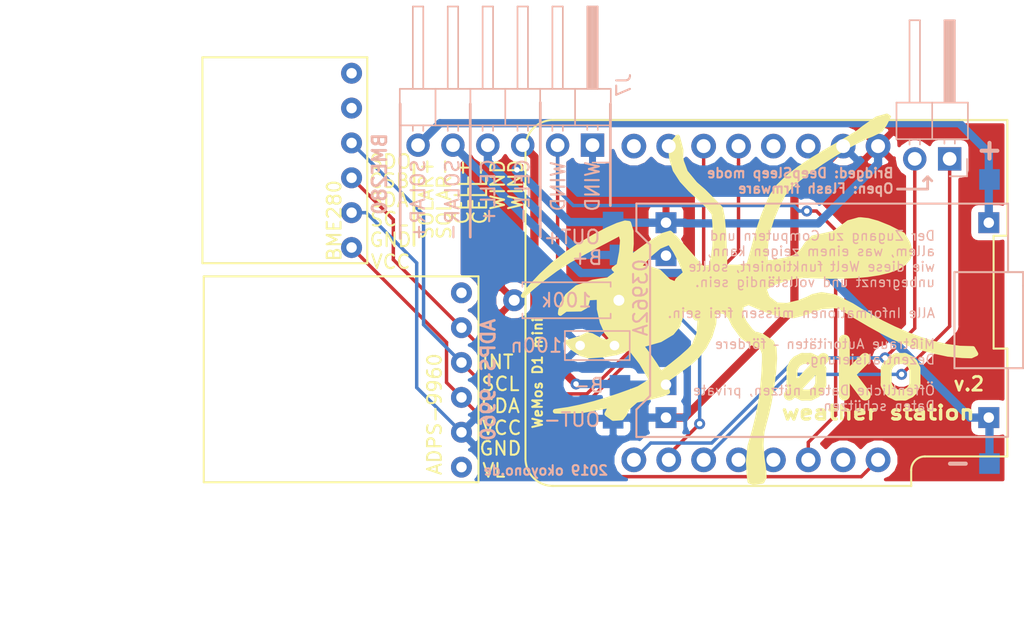
<source format=kicad_pcb>
(kicad_pcb (version 20171130) (host pcbnew 5.0.1)

  (general
    (thickness 1.6)
    (drawings 50)
    (tracks 103)
    (zones 0)
    (modules 15)
    (nets 25)
  )

  (page A4)
  (layers
    (0 F.Cu signal)
    (31 B.Cu signal)
    (32 B.Adhes user)
    (33 F.Adhes user)
    (34 B.Paste user)
    (35 F.Paste user)
    (36 B.SilkS user)
    (37 F.SilkS user)
    (38 B.Mask user)
    (39 F.Mask user)
    (40 Dwgs.User user)
    (41 Cmts.User user)
    (42 Eco1.User user)
    (43 Eco2.User user)
    (44 Edge.Cuts user)
    (45 Margin user)
    (46 B.CrtYd user)
    (47 F.CrtYd user)
    (48 B.Fab user hide)
    (49 F.Fab user)
  )

  (setup
    (last_trace_width 0.25)
    (user_trace_width 0.4)
    (user_trace_width 0.5)
    (user_trace_width 0.6)
    (trace_clearance 0.2)
    (zone_clearance 0.508)
    (zone_45_only no)
    (trace_min 0.2)
    (segment_width 0.2)
    (edge_width 0.001)
    (via_size 0.8)
    (via_drill 0.4)
    (via_min_size 0.4)
    (via_min_drill 0.3)
    (uvia_size 0.3)
    (uvia_drill 0.1)
    (uvias_allowed no)
    (uvia_min_size 0.2)
    (uvia_min_drill 0.1)
    (pcb_text_width 0.3)
    (pcb_text_size 1.5 1.5)
    (mod_edge_width 0.15)
    (mod_text_size 1 1)
    (mod_text_width 0.15)
    (pad_size 1.5 1.5)
    (pad_drill 0.6)
    (pad_to_mask_clearance 0)
    (solder_mask_min_width 0.25)
    (aux_axis_origin 0 0)
    (visible_elements FFFFFF7F)
    (pcbplotparams
      (layerselection 0x010fc_ffffffff)
      (usegerberextensions false)
      (usegerberattributes false)
      (usegerberadvancedattributes false)
      (creategerberjobfile false)
      (excludeedgelayer true)
      (linewidth 0.100000)
      (plotframeref false)
      (viasonmask false)
      (mode 1)
      (useauxorigin false)
      (hpglpennumber 1)
      (hpglpenspeed 20)
      (hpglpendiameter 15.000000)
      (psnegative false)
      (psa4output false)
      (plotreference true)
      (plotvalue true)
      (plotinvisibletext false)
      (padsonsilk false)
      (subtractmaskfromsilk false)
      (outputformat 1)
      (mirror false)
      (drillshape 1)
      (scaleselection 1)
      (outputdirectory ""))
  )

  (net 0 "")
  (net 1 5V)
  (net 2 GND)
  (net 3 SCL)
  (net 4 SDA)
  (net 5 3V3)
  (net 6 "Net-(U3-Pad6)")
  (net 7 VCC_SOLAR)
  (net 8 GND_SOLAR)
  (net 9 ANEMOMETER)
  (net 10 "Net-(JP1-Pad2)")
  (net 11 "Net-(JP1-Pad1)")
  (net 12 VCC_BAT)
  (net 13 GND_BAT)
  (net 14 "Net-(R1-Pad2)")
  (net 15 "Net-(U2-Pad15)")
  (net 16 "Net-(U2-Pad3)")
  (net 17 "Net-(U2-Pad13)")
  (net 18 "Net-(U2-Pad4)")
  (net 19 "Net-(U2-Pad12)")
  (net 20 "Net-(U2-Pad7)")
  (net 21 "Net-(U2-Pad8)")
  (net 22 "Net-(U3-Pad1)")
  (net 23 "Net-(U4-Pad5)")
  (net 24 "Net-(U4-Pad6)")

  (net_class Default "This is the default net class."
    (clearance 0.2)
    (trace_width 0.25)
    (via_dia 0.8)
    (via_drill 0.4)
    (uvia_dia 0.3)
    (uvia_drill 0.1)
    (add_net 3V3)
    (add_net 5V)
    (add_net ANEMOMETER)
    (add_net GND)
    (add_net GND_BAT)
    (add_net GND_SOLAR)
    (add_net "Net-(JP1-Pad1)")
    (add_net "Net-(JP1-Pad2)")
    (add_net "Net-(R1-Pad2)")
    (add_net "Net-(U2-Pad12)")
    (add_net "Net-(U2-Pad13)")
    (add_net "Net-(U2-Pad15)")
    (add_net "Net-(U2-Pad3)")
    (add_net "Net-(U2-Pad4)")
    (add_net "Net-(U2-Pad7)")
    (add_net "Net-(U2-Pad8)")
    (add_net "Net-(U3-Pad1)")
    (add_net "Net-(U3-Pad6)")
    (add_net "Net-(U4-Pad5)")
    (add_net "Net-(U4-Pad6)")
    (add_net SCL)
    (add_net SDA)
    (add_net VCC_BAT)
    (add_net VCC_SOLAR)
  )

  (module oko:APDS-9960 (layer F.Cu) (tedit 5C390407) (tstamp 5C37DAA5)
    (at 140.5 114.5 180)
    (path /5C366782)
    (fp_text reference U3 (at 12.7 15.24 180) (layer F.SilkS) hide
      (effects (font (size 1 1) (thickness 0.15)))
    )
    (fp_text value APDS-9900 (at 7.62 17.78 180) (layer F.Fab) hide
      (effects (font (size 1 1) (thickness 0.15)))
    )
    (fp_line (start 1.3 1.44) (end 1.3 16.44) (layer F.SilkS) (width 0.15))
    (fp_line (start 1.3 1.44) (end 21.3 1.44) (layer F.SilkS) (width 0.15))
    (fp_line (start 21.3 1.44) (end 21.3 16.44) (layer F.SilkS) (width 0.15))
    (fp_line (start 21.3 16.44) (end 1.3 16.44) (layer F.SilkS) (width 0.15))
    (fp_text user "VL " (at -0.2 2.3 180) (layer F.SilkS)
      (effects (font (size 1 1) (thickness 0.15)))
    )
    (fp_text user GND (at -0.3 3.9 180) (layer F.SilkS)
      (effects (font (size 1 1) (thickness 0.15)))
    )
    (fp_text user VCC (at -0.4 5.4 180) (layer F.SilkS)
      (effects (font (size 1 1) (thickness 0.15)))
    )
    (fp_text user SDA (at -0.3 7 180) (layer F.SilkS)
      (effects (font (size 1 1) (thickness 0.15)))
    )
    (fp_text user SCL (at -0.3 8.6 180) (layer F.SilkS)
      (effects (font (size 1 1) (thickness 0.15)))
    )
    (fp_text user INT (at -0.1 10.2 180) (layer F.SilkS)
      (effects (font (size 1 1) (thickness 0.15)))
    )
    (fp_text user ADPS-9960 (at 4.5 6.4 270) (layer F.SilkS)
      (effects (font (size 1 1) (thickness 0.15)))
    )
    (pad 1 thru_hole circle (at 2.54 2.54 180) (size 1.524 1.524) (drill 0.762) (layers *.Cu *.Mask)
      (net 22 "Net-(U3-Pad1)"))
    (pad 2 thru_hole circle (at 2.54 5.08 180) (size 1.524 1.524) (drill 0.762) (layers *.Cu *.Mask)
      (net 2 GND))
    (pad 3 thru_hole circle (at 2.54 7.62 180) (size 1.524 1.524) (drill 0.762) (layers *.Cu *.Mask)
      (net 5 3V3))
    (pad 4 thru_hole circle (at 2.54 10.16 180) (size 1.524 1.524) (drill 0.762) (layers *.Cu *.Mask)
      (net 4 SDA))
    (pad 5 thru_hole circle (at 2.54 12.7 180) (size 1.524 1.524) (drill 0.762) (layers *.Cu *.Mask)
      (net 3 SCL))
    (pad 6 thru_hole circle (at 2.54 15.24 180) (size 1.524 1.524) (drill 0.762) (layers *.Cu *.Mask)
      (net 6 "Net-(U3-Pad6)"))
  )

  (module Pin_Headers:Pin_Header_Angled_1x02_Pitch2.54mm (layer B.Cu) (tedit 59650532) (tstamp 5C37DA77)
    (at 173.5 89.5 90)
    (descr "Through hole angled pin header, 1x02, 2.54mm pitch, 6mm pin length, single row")
    (tags "Through hole angled pin header THT 1x02 2.54mm single row")
    (path /5C3808D5)
    (fp_text reference JP1 (at 4.385 2.27 90) (layer B.SilkS) hide
      (effects (font (size 1 1) (thickness 0.15)) (justify mirror))
    )
    (fp_text value Jumper (at 4.385 -4.81 90) (layer B.Fab)
      (effects (font (size 1 1) (thickness 0.15)) (justify mirror))
    )
    (fp_line (start 2.135 1.27) (end 4.04 1.27) (layer B.Fab) (width 0.1))
    (fp_line (start 4.04 1.27) (end 4.04 -3.81) (layer B.Fab) (width 0.1))
    (fp_line (start 4.04 -3.81) (end 1.5 -3.81) (layer B.Fab) (width 0.1))
    (fp_line (start 1.5 -3.81) (end 1.5 0.635) (layer B.Fab) (width 0.1))
    (fp_line (start 1.5 0.635) (end 2.135 1.27) (layer B.Fab) (width 0.1))
    (fp_line (start -0.32 0.32) (end 1.5 0.32) (layer B.Fab) (width 0.1))
    (fp_line (start -0.32 0.32) (end -0.32 -0.32) (layer B.Fab) (width 0.1))
    (fp_line (start -0.32 -0.32) (end 1.5 -0.32) (layer B.Fab) (width 0.1))
    (fp_line (start 4.04 0.32) (end 10.04 0.32) (layer B.Fab) (width 0.1))
    (fp_line (start 10.04 0.32) (end 10.04 -0.32) (layer B.Fab) (width 0.1))
    (fp_line (start 4.04 -0.32) (end 10.04 -0.32) (layer B.Fab) (width 0.1))
    (fp_line (start -0.32 -2.22) (end 1.5 -2.22) (layer B.Fab) (width 0.1))
    (fp_line (start -0.32 -2.22) (end -0.32 -2.86) (layer B.Fab) (width 0.1))
    (fp_line (start -0.32 -2.86) (end 1.5 -2.86) (layer B.Fab) (width 0.1))
    (fp_line (start 4.04 -2.22) (end 10.04 -2.22) (layer B.Fab) (width 0.1))
    (fp_line (start 10.04 -2.22) (end 10.04 -2.86) (layer B.Fab) (width 0.1))
    (fp_line (start 4.04 -2.86) (end 10.04 -2.86) (layer B.Fab) (width 0.1))
    (fp_line (start 1.44 1.33) (end 1.44 -3.87) (layer B.SilkS) (width 0.12))
    (fp_line (start 1.44 -3.87) (end 4.1 -3.87) (layer B.SilkS) (width 0.12))
    (fp_line (start 4.1 -3.87) (end 4.1 1.33) (layer B.SilkS) (width 0.12))
    (fp_line (start 4.1 1.33) (end 1.44 1.33) (layer B.SilkS) (width 0.12))
    (fp_line (start 4.1 0.38) (end 10.1 0.38) (layer B.SilkS) (width 0.12))
    (fp_line (start 10.1 0.38) (end 10.1 -0.38) (layer B.SilkS) (width 0.12))
    (fp_line (start 10.1 -0.38) (end 4.1 -0.38) (layer B.SilkS) (width 0.12))
    (fp_line (start 4.1 0.32) (end 10.1 0.32) (layer B.SilkS) (width 0.12))
    (fp_line (start 4.1 0.2) (end 10.1 0.2) (layer B.SilkS) (width 0.12))
    (fp_line (start 4.1 0.08) (end 10.1 0.08) (layer B.SilkS) (width 0.12))
    (fp_line (start 4.1 -0.04) (end 10.1 -0.04) (layer B.SilkS) (width 0.12))
    (fp_line (start 4.1 -0.16) (end 10.1 -0.16) (layer B.SilkS) (width 0.12))
    (fp_line (start 4.1 -0.28) (end 10.1 -0.28) (layer B.SilkS) (width 0.12))
    (fp_line (start 1.11 0.38) (end 1.44 0.38) (layer B.SilkS) (width 0.12))
    (fp_line (start 1.11 -0.38) (end 1.44 -0.38) (layer B.SilkS) (width 0.12))
    (fp_line (start 1.44 -1.27) (end 4.1 -1.27) (layer B.SilkS) (width 0.12))
    (fp_line (start 4.1 -2.16) (end 10.1 -2.16) (layer B.SilkS) (width 0.12))
    (fp_line (start 10.1 -2.16) (end 10.1 -2.92) (layer B.SilkS) (width 0.12))
    (fp_line (start 10.1 -2.92) (end 4.1 -2.92) (layer B.SilkS) (width 0.12))
    (fp_line (start 1.042929 -2.16) (end 1.44 -2.16) (layer B.SilkS) (width 0.12))
    (fp_line (start 1.042929 -2.92) (end 1.44 -2.92) (layer B.SilkS) (width 0.12))
    (fp_line (start -1.27 0) (end -1.27 1.27) (layer B.SilkS) (width 0.12))
    (fp_line (start -1.27 1.27) (end 0 1.27) (layer B.SilkS) (width 0.12))
    (fp_line (start -1.8 1.8) (end -1.8 -4.35) (layer B.CrtYd) (width 0.05))
    (fp_line (start -1.8 -4.35) (end 10.55 -4.35) (layer B.CrtYd) (width 0.05))
    (fp_line (start 10.55 -4.35) (end 10.55 1.8) (layer B.CrtYd) (width 0.05))
    (fp_line (start 10.55 1.8) (end -1.8 1.8) (layer B.CrtYd) (width 0.05))
    (fp_text user %R (at 2.77 -1.27) (layer B.Fab)
      (effects (font (size 1 1) (thickness 0.15)) (justify mirror))
    )
    (pad 1 thru_hole rect (at 0 0 90) (size 1.7 1.7) (drill 1) (layers *.Cu *.Mask)
      (net 11 "Net-(JP1-Pad1)"))
    (pad 2 thru_hole oval (at 0 -2.54 90) (size 1.7 1.7) (drill 1) (layers *.Cu *.Mask)
      (net 10 "Net-(JP1-Pad2)"))
    (model ${KISYS3DMOD}/Pin_Headers.3dshapes/Pin_Header_Angled_1x02_Pitch2.54mm.wrl
      (at (xyz 0 0 0))
      (scale (xyz 1 1 1))
      (rotate (xyz 0 0 0))
    )
  )

  (module Capacitors_ThroughHole:C_Rect_L4.6mm_W2.0mm_P2.50mm_MKS02_FKP02 (layer B.Cu) (tedit 5C3A6D90) (tstamp 5C37BB2B)
    (at 146.6 103.1)
    (descr "C, Rect series, Radial, pin pitch=2.50mm, , length*width=4.6*2mm^2, Capacitor, http://www.wima.de/DE/WIMA_MKS_02.pdf")
    (tags "C Rect series Radial pin pitch 2.50mm  length 4.6mm width 2mm Capacitor")
    (path /5C36B0BF)
    (fp_text reference C1 (at -2.3 0) (layer B.SilkS) hide
      (effects (font (size 1 1) (thickness 0.15)) (justify mirror))
    )
    (fp_text value 100n (at 1.25 -2.31) (layer B.Fab)
      (effects (font (size 1 1) (thickness 0.15)) (justify mirror))
    )
    (fp_text user %R (at 1.25 0) (layer B.Fab)
      (effects (font (size 1 1) (thickness 0.15)) (justify mirror))
    )
    (fp_line (start 3.9 1.35) (end -1.4 1.35) (layer B.CrtYd) (width 0.05))
    (fp_line (start 3.9 -1.35) (end 3.9 1.35) (layer B.CrtYd) (width 0.05))
    (fp_line (start -1.4 -1.35) (end 3.9 -1.35) (layer B.CrtYd) (width 0.05))
    (fp_line (start -1.4 1.35) (end -1.4 -1.35) (layer B.CrtYd) (width 0.05))
    (fp_line (start 3.61 1.06) (end 3.61 -1.06) (layer B.SilkS) (width 0.12))
    (fp_line (start -1.11 1.06) (end -1.11 -1.06) (layer B.SilkS) (width 0.12))
    (fp_line (start -1.11 -1.06) (end 3.61 -1.06) (layer B.SilkS) (width 0.12))
    (fp_line (start -1.11 1.06) (end 3.61 1.06) (layer B.SilkS) (width 0.12))
    (fp_line (start 3.55 1) (end -1.05 1) (layer B.Fab) (width 0.1))
    (fp_line (start 3.55 -1) (end 3.55 1) (layer B.Fab) (width 0.1))
    (fp_line (start -1.05 -1) (end 3.55 -1) (layer B.Fab) (width 0.1))
    (fp_line (start -1.05 1) (end -1.05 -1) (layer B.Fab) (width 0.1))
    (pad 2 thru_hole circle (at 2.5 0) (size 1.4 1.4) (drill 0.7) (layers *.Cu *.Mask)
      (net 9 ANEMOMETER))
    (pad 1 thru_hole circle (at 0 0) (size 1.4 1.4) (drill 0.7) (layers *.Cu *.Mask)
      (net 2 GND))
    (model ${KISYS3DMOD}/Capacitors_THT.3dshapes/C_Rect_L4.6mm_W2.0mm_P2.50mm_MKS02_FKP02.wrl
      (at (xyz 0 0 0))
      (scale (xyz 1 1 1))
      (rotate (xyz 0 0 0))
    )
  )

  (module Pin_Headers:Pin_Header_Angled_1x06_Pitch2.54mm (layer B.Cu) (tedit 59650532) (tstamp 5C37DA44)
    (at 147.5 88.5 90)
    (descr "Through hole angled pin header, 1x06, 2.54mm pitch, 6mm pin length, single row")
    (tags "Through hole angled pin header THT 1x06 2.54mm single row")
    (path /5C389FC7)
    (fp_text reference J7 (at 4.385 2.27 90) (layer B.SilkS)
      (effects (font (size 1 1) (thickness 0.15)) (justify mirror))
    )
    (fp_text value Conn_01x06 (at 4.385 -14.97 90) (layer B.Fab)
      (effects (font (size 1 1) (thickness 0.15)) (justify mirror))
    )
    (fp_text user %R (at 2.77 -6.35) (layer B.Fab)
      (effects (font (size 1 1) (thickness 0.15)) (justify mirror))
    )
    (fp_line (start 10.55 1.8) (end -1.8 1.8) (layer B.CrtYd) (width 0.05))
    (fp_line (start 10.55 -14.5) (end 10.55 1.8) (layer B.CrtYd) (width 0.05))
    (fp_line (start -1.8 -14.5) (end 10.55 -14.5) (layer B.CrtYd) (width 0.05))
    (fp_line (start -1.8 1.8) (end -1.8 -14.5) (layer B.CrtYd) (width 0.05))
    (fp_line (start -1.27 1.27) (end 0 1.27) (layer B.SilkS) (width 0.12))
    (fp_line (start -1.27 0) (end -1.27 1.27) (layer B.SilkS) (width 0.12))
    (fp_line (start 1.042929 -13.08) (end 1.44 -13.08) (layer B.SilkS) (width 0.12))
    (fp_line (start 1.042929 -12.32) (end 1.44 -12.32) (layer B.SilkS) (width 0.12))
    (fp_line (start 10.1 -13.08) (end 4.1 -13.08) (layer B.SilkS) (width 0.12))
    (fp_line (start 10.1 -12.32) (end 10.1 -13.08) (layer B.SilkS) (width 0.12))
    (fp_line (start 4.1 -12.32) (end 10.1 -12.32) (layer B.SilkS) (width 0.12))
    (fp_line (start 1.44 -11.43) (end 4.1 -11.43) (layer B.SilkS) (width 0.12))
    (fp_line (start 1.042929 -10.54) (end 1.44 -10.54) (layer B.SilkS) (width 0.12))
    (fp_line (start 1.042929 -9.78) (end 1.44 -9.78) (layer B.SilkS) (width 0.12))
    (fp_line (start 10.1 -10.54) (end 4.1 -10.54) (layer B.SilkS) (width 0.12))
    (fp_line (start 10.1 -9.78) (end 10.1 -10.54) (layer B.SilkS) (width 0.12))
    (fp_line (start 4.1 -9.78) (end 10.1 -9.78) (layer B.SilkS) (width 0.12))
    (fp_line (start 1.44 -8.89) (end 4.1 -8.89) (layer B.SilkS) (width 0.12))
    (fp_line (start 1.042929 -8) (end 1.44 -8) (layer B.SilkS) (width 0.12))
    (fp_line (start 1.042929 -7.24) (end 1.44 -7.24) (layer B.SilkS) (width 0.12))
    (fp_line (start 10.1 -8) (end 4.1 -8) (layer B.SilkS) (width 0.12))
    (fp_line (start 10.1 -7.24) (end 10.1 -8) (layer B.SilkS) (width 0.12))
    (fp_line (start 4.1 -7.24) (end 10.1 -7.24) (layer B.SilkS) (width 0.12))
    (fp_line (start 1.44 -6.35) (end 4.1 -6.35) (layer B.SilkS) (width 0.12))
    (fp_line (start 1.042929 -5.46) (end 1.44 -5.46) (layer B.SilkS) (width 0.12))
    (fp_line (start 1.042929 -4.7) (end 1.44 -4.7) (layer B.SilkS) (width 0.12))
    (fp_line (start 10.1 -5.46) (end 4.1 -5.46) (layer B.SilkS) (width 0.12))
    (fp_line (start 10.1 -4.7) (end 10.1 -5.46) (layer B.SilkS) (width 0.12))
    (fp_line (start 4.1 -4.7) (end 10.1 -4.7) (layer B.SilkS) (width 0.12))
    (fp_line (start 1.44 -3.81) (end 4.1 -3.81) (layer B.SilkS) (width 0.12))
    (fp_line (start 1.042929 -2.92) (end 1.44 -2.92) (layer B.SilkS) (width 0.12))
    (fp_line (start 1.042929 -2.16) (end 1.44 -2.16) (layer B.SilkS) (width 0.12))
    (fp_line (start 10.1 -2.92) (end 4.1 -2.92) (layer B.SilkS) (width 0.12))
    (fp_line (start 10.1 -2.16) (end 10.1 -2.92) (layer B.SilkS) (width 0.12))
    (fp_line (start 4.1 -2.16) (end 10.1 -2.16) (layer B.SilkS) (width 0.12))
    (fp_line (start 1.44 -1.27) (end 4.1 -1.27) (layer B.SilkS) (width 0.12))
    (fp_line (start 1.11 -0.38) (end 1.44 -0.38) (layer B.SilkS) (width 0.12))
    (fp_line (start 1.11 0.38) (end 1.44 0.38) (layer B.SilkS) (width 0.12))
    (fp_line (start 4.1 -0.28) (end 10.1 -0.28) (layer B.SilkS) (width 0.12))
    (fp_line (start 4.1 -0.16) (end 10.1 -0.16) (layer B.SilkS) (width 0.12))
    (fp_line (start 4.1 -0.04) (end 10.1 -0.04) (layer B.SilkS) (width 0.12))
    (fp_line (start 4.1 0.08) (end 10.1 0.08) (layer B.SilkS) (width 0.12))
    (fp_line (start 4.1 0.2) (end 10.1 0.2) (layer B.SilkS) (width 0.12))
    (fp_line (start 4.1 0.32) (end 10.1 0.32) (layer B.SilkS) (width 0.12))
    (fp_line (start 10.1 -0.38) (end 4.1 -0.38) (layer B.SilkS) (width 0.12))
    (fp_line (start 10.1 0.38) (end 10.1 -0.38) (layer B.SilkS) (width 0.12))
    (fp_line (start 4.1 0.38) (end 10.1 0.38) (layer B.SilkS) (width 0.12))
    (fp_line (start 4.1 1.33) (end 1.44 1.33) (layer B.SilkS) (width 0.12))
    (fp_line (start 4.1 -14.03) (end 4.1 1.33) (layer B.SilkS) (width 0.12))
    (fp_line (start 1.44 -14.03) (end 4.1 -14.03) (layer B.SilkS) (width 0.12))
    (fp_line (start 1.44 1.33) (end 1.44 -14.03) (layer B.SilkS) (width 0.12))
    (fp_line (start 4.04 -13.02) (end 10.04 -13.02) (layer B.Fab) (width 0.1))
    (fp_line (start 10.04 -12.38) (end 10.04 -13.02) (layer B.Fab) (width 0.1))
    (fp_line (start 4.04 -12.38) (end 10.04 -12.38) (layer B.Fab) (width 0.1))
    (fp_line (start -0.32 -13.02) (end 1.5 -13.02) (layer B.Fab) (width 0.1))
    (fp_line (start -0.32 -12.38) (end -0.32 -13.02) (layer B.Fab) (width 0.1))
    (fp_line (start -0.32 -12.38) (end 1.5 -12.38) (layer B.Fab) (width 0.1))
    (fp_line (start 4.04 -10.48) (end 10.04 -10.48) (layer B.Fab) (width 0.1))
    (fp_line (start 10.04 -9.84) (end 10.04 -10.48) (layer B.Fab) (width 0.1))
    (fp_line (start 4.04 -9.84) (end 10.04 -9.84) (layer B.Fab) (width 0.1))
    (fp_line (start -0.32 -10.48) (end 1.5 -10.48) (layer B.Fab) (width 0.1))
    (fp_line (start -0.32 -9.84) (end -0.32 -10.48) (layer B.Fab) (width 0.1))
    (fp_line (start -0.32 -9.84) (end 1.5 -9.84) (layer B.Fab) (width 0.1))
    (fp_line (start 4.04 -7.94) (end 10.04 -7.94) (layer B.Fab) (width 0.1))
    (fp_line (start 10.04 -7.3) (end 10.04 -7.94) (layer B.Fab) (width 0.1))
    (fp_line (start 4.04 -7.3) (end 10.04 -7.3) (layer B.Fab) (width 0.1))
    (fp_line (start -0.32 -7.94) (end 1.5 -7.94) (layer B.Fab) (width 0.1))
    (fp_line (start -0.32 -7.3) (end -0.32 -7.94) (layer B.Fab) (width 0.1))
    (fp_line (start -0.32 -7.3) (end 1.5 -7.3) (layer B.Fab) (width 0.1))
    (fp_line (start 4.04 -5.4) (end 10.04 -5.4) (layer B.Fab) (width 0.1))
    (fp_line (start 10.04 -4.76) (end 10.04 -5.4) (layer B.Fab) (width 0.1))
    (fp_line (start 4.04 -4.76) (end 10.04 -4.76) (layer B.Fab) (width 0.1))
    (fp_line (start -0.32 -5.4) (end 1.5 -5.4) (layer B.Fab) (width 0.1))
    (fp_line (start -0.32 -4.76) (end -0.32 -5.4) (layer B.Fab) (width 0.1))
    (fp_line (start -0.32 -4.76) (end 1.5 -4.76) (layer B.Fab) (width 0.1))
    (fp_line (start 4.04 -2.86) (end 10.04 -2.86) (layer B.Fab) (width 0.1))
    (fp_line (start 10.04 -2.22) (end 10.04 -2.86) (layer B.Fab) (width 0.1))
    (fp_line (start 4.04 -2.22) (end 10.04 -2.22) (layer B.Fab) (width 0.1))
    (fp_line (start -0.32 -2.86) (end 1.5 -2.86) (layer B.Fab) (width 0.1))
    (fp_line (start -0.32 -2.22) (end -0.32 -2.86) (layer B.Fab) (width 0.1))
    (fp_line (start -0.32 -2.22) (end 1.5 -2.22) (layer B.Fab) (width 0.1))
    (fp_line (start 4.04 -0.32) (end 10.04 -0.32) (layer B.Fab) (width 0.1))
    (fp_line (start 10.04 0.32) (end 10.04 -0.32) (layer B.Fab) (width 0.1))
    (fp_line (start 4.04 0.32) (end 10.04 0.32) (layer B.Fab) (width 0.1))
    (fp_line (start -0.32 -0.32) (end 1.5 -0.32) (layer B.Fab) (width 0.1))
    (fp_line (start -0.32 0.32) (end -0.32 -0.32) (layer B.Fab) (width 0.1))
    (fp_line (start -0.32 0.32) (end 1.5 0.32) (layer B.Fab) (width 0.1))
    (fp_line (start 1.5 0.635) (end 2.135 1.27) (layer B.Fab) (width 0.1))
    (fp_line (start 1.5 -13.97) (end 1.5 0.635) (layer B.Fab) (width 0.1))
    (fp_line (start 4.04 -13.97) (end 1.5 -13.97) (layer B.Fab) (width 0.1))
    (fp_line (start 4.04 1.27) (end 4.04 -13.97) (layer B.Fab) (width 0.1))
    (fp_line (start 2.135 1.27) (end 4.04 1.27) (layer B.Fab) (width 0.1))
    (pad 6 thru_hole oval (at 0 -12.7 90) (size 1.7 1.7) (drill 1) (layers *.Cu *.Mask)
      (net 7 VCC_SOLAR))
    (pad 5 thru_hole oval (at 0 -10.16 90) (size 1.7 1.7) (drill 1) (layers *.Cu *.Mask)
      (net 8 GND_SOLAR))
    (pad 4 thru_hole oval (at 0 -7.62 90) (size 1.7 1.7) (drill 1) (layers *.Cu *.Mask)
      (net 12 VCC_BAT))
    (pad 3 thru_hole oval (at 0 -5.08 90) (size 1.7 1.7) (drill 1) (layers *.Cu *.Mask)
      (net 13 GND_BAT))
    (pad 2 thru_hole oval (at 0 -2.54 90) (size 1.7 1.7) (drill 1) (layers *.Cu *.Mask)
      (net 9 ANEMOMETER))
    (pad 1 thru_hole rect (at 0 0 90) (size 1.7 1.7) (drill 1) (layers *.Cu *.Mask)
      (net 2 GND))
    (model ${KISYS3DMOD}/Pin_Headers.3dshapes/Pin_Header_Angled_1x06_Pitch2.54mm.wrl
      (at (xyz 0 0 0))
      (scale (xyz 1 1 1))
      (rotate (xyz 0 0 0))
    )
  )

  (module oko:03962A (layer B.Cu) (tedit 5C39021A) (tstamp 5C37DA90)
    (at 177.75 92.75 180)
    (path /5C3666E0)
    (fp_text reference U1 (at 2.3 0.8 180) (layer B.SilkS) hide
      (effects (font (size 1 1) (thickness 0.15)) (justify mirror))
    )
    (fp_text value 03962A (at 5.75 -1.05 180) (layer B.Fab)
      (effects (font (size 1 1) (thickness 0.15)) (justify mirror))
    )
    (fp_line (start 27.056963 -17.011121) (end 0.056963 -17.011121) (layer B.SilkS) (width 0.15))
    (fp_line (start 0.056963 -0.011121) (end 27.056963 -0.011121) (layer B.SilkS) (width 0.15))
    (fp_line (start 27.056963 -0.011121) (end 27.056963 -2.011121) (layer B.SilkS) (width 0.15))
    (fp_line (start 27.056963 -2.011121) (end 26.056963 -3.011121) (layer B.SilkS) (width 0.15))
    (fp_line (start 26.056963 -3.011121) (end 26.056963 -14.011121) (layer B.SilkS) (width 0.15))
    (fp_line (start 26.056963 -14.011121) (end 27.056963 -15.011121) (layer B.SilkS) (width 0.15))
    (fp_line (start 27.056963 -15.011121) (end 27.056963 -17.011121) (layer B.SilkS) (width 0.15))
    (fp_line (start -1.1 -6) (end -1.1 -12) (layer B.SilkS) (width 0.15))
    (fp_line (start -1.1 -12) (end 3.9 -12) (layer B.SilkS) (width 0.15))
    (fp_line (start 3.9 -12) (end 3.9 -5) (layer B.SilkS) (width 0.15))
    (fp_line (start 3.9 -5) (end -1.1 -5) (layer B.SilkS) (width 0.15))
    (fp_line (start -1.1 -5) (end -1.1 -6) (layer B.SilkS) (width 0.15))
    (fp_line (start 0 0) (end 0 -5) (layer B.SilkS) (width 0.15))
    (fp_line (start 0 -12) (end 0 -17) (layer B.SilkS) (width 0.15))
    (fp_text user 03962A (at 26.75 -6.85 270) (layer B.SilkS)
      (effects (font (size 1 1) (thickness 0.15)) (justify mirror))
    )
    (pad 1 thru_hole rect (at 1.4 -1.4 180) (size 1.524 1.524) (drill 0.762) (layers *.Cu *.Mask)
      (net 7 VCC_SOLAR))
    (pad 2 thru_hole rect (at 24.9 -1.4 180) (size 1.524 1.524) (drill 0.762) (layers *.Cu *.Mask)
      (net 1 5V))
    (pad 3 thru_hole rect (at 24.9 -3.8 180) (size 1.524 1.524) (drill 0.762) (layers *.Cu *.Mask)
      (net 12 VCC_BAT))
    (pad 4 thru_hole rect (at 24.9 -13.2 180) (size 1.524 1.524) (drill 0.762) (layers *.Cu *.Mask)
      (net 13 GND_BAT))
    (pad 5 thru_hole rect (at 24.9 -15.6 180) (size 1.524 1.524) (drill 0.762) (layers *.Cu *.Mask)
      (net 2 GND))
    (pad 6 thru_hole rect (at 1.4 -15.6 180) (size 1.524 1.524) (drill 0.762) (layers *.Cu *.Mask)
      (net 8 GND_SOLAR))
  )

  (module oko:GY-BME280 (layer F.Cu) (tedit 5C39040C) (tstamp 5C37DABA)
    (at 132.5 98.5 180)
    (path /5C36680F)
    (fp_text reference U4 (at 3.2 17.4 180) (layer F.SilkS) hide
      (effects (font (size 1 1) (thickness 0.15)))
    )
    (fp_text value GY-BME280 (at 9.2 0.4 180) (layer F.Fab) hide
      (effects (font (size 1 1) (thickness 0.15)))
    )
    (fp_line (start 1.4 1.4) (end 1.4 16.4) (layer F.SilkS) (width 0.15))
    (fp_line (start 1.4 1.4) (end 13.4 1.4) (layer F.SilkS) (width 0.15))
    (fp_line (start 1.4 16.4) (end 13.4 16.4) (layer F.SilkS) (width 0.15))
    (fp_line (start 13.4 1.4) (end 13.4 16.4) (layer F.SilkS) (width 0.15))
    (fp_text user BME280 (at 3.8 4.5 270) (layer F.SilkS)
      (effects (font (size 1 1) (thickness 0.15)))
    )
    (fp_text user VCC (at -0.3 1.5 180) (layer F.SilkS)
      (effects (font (size 1 1) (thickness 0.15)))
    )
    (fp_text user GND (at -0.3 3.1 180) (layer F.SilkS)
      (effects (font (size 1 1) (thickness 0.15)))
    )
    (fp_text user SCL (at -0.2 4.6 180) (layer F.SilkS)
      (effects (font (size 1 1) (thickness 0.15)))
    )
    (fp_text user SDA (at -0.2 6 180) (layer F.SilkS)
      (effects (font (size 1 1) (thickness 0.15)))
    )
    (fp_text user CSB (at -0.2 7.4 180) (layer F.SilkS)
      (effects (font (size 1 1) (thickness 0.15)))
    )
    (fp_text user SDO (at -0.3 8.8 180) (layer F.SilkS)
      (effects (font (size 1 1) (thickness 0.15)))
    )
    (pad 1 thru_hole circle (at 2.54 2.54 180) (size 1.524 1.524) (drill 0.762) (layers *.Cu *.Mask)
      (net 5 3V3))
    (pad 2 thru_hole circle (at 2.54 5.08 180) (size 1.524 1.524) (drill 0.762) (layers *.Cu *.Mask)
      (net 2 GND))
    (pad 3 thru_hole circle (at 2.54 7.62 180) (size 1.524 1.524) (drill 0.762) (layers *.Cu *.Mask)
      (net 3 SCL))
    (pad 4 thru_hole circle (at 2.54 10.16 180) (size 1.524 1.524) (drill 0.762) (layers *.Cu *.Mask)
      (net 4 SDA))
    (pad 5 thru_hole circle (at 2.54 12.7 180) (size 1.524 1.524) (drill 0.762) (layers *.Cu *.Mask)
      (net 23 "Net-(U4-Pad5)"))
    (pad 6 thru_hole circle (at 2.54 15.24 180) (size 1.524 1.524) (drill 0.762) (layers *.Cu *.Mask)
      (net 24 "Net-(U4-Pad6)"))
  )

  (module oko:wemos-d1-mini-connectors-only (layer F.Cu) (tedit 5C3934BE) (tstamp 5C38D9A2)
    (at 159.4 100 180)
    (path /5C36643E)
    (fp_text reference U2 (at -19.3 0 270) (layer F.SilkS) hide
      (effects (font (size 1 1) (thickness 0.15)))
    )
    (fp_text value "WeMos D1 mini" (at 15.9 -5.1 90) (layer F.SilkS)
      (effects (font (size 0.7 0.7) (thickness 0.15)))
    )
    (fp_line (start -18.3 13.33) (end 14.78 13.33) (layer F.SilkS) (width 0.15))
    (fp_line (start 16.78 11.33) (end 16.78 -11.33) (layer F.SilkS) (width 0.15))
    (fp_line (start 14.78 -13.33) (end -11.3 -13.33) (layer F.SilkS) (width 0.15))
    (fp_line (start -18.3 -11.18) (end -18.3 -3.32) (layer F.SilkS) (width 0.15))
    (fp_line (start -18.3 -3.32) (end -17.3 -3.32) (layer F.SilkS) (width 0.15))
    (fp_line (start -17.3 -3.32) (end -17.3 4.9) (layer F.SilkS) (width 0.15))
    (fp_line (start -17.3 4.9) (end -18.3 4.9) (layer F.SilkS) (width 0.15))
    (fp_line (start -18.3 4.9) (end -18.3 13.329999) (layer F.SilkS) (width 0.15))
    (fp_line (start -11.48 -13.5) (end 14.85 -13.5) (layer F.CrtYd) (width 0.05))
    (fp_line (start 16.94 -11.5) (end 16.94 11.5) (layer F.CrtYd) (width 0.05))
    (fp_line (start 14.94 13.5) (end -18.46 13.5) (layer F.CrtYd) (width 0.05))
    (fp_line (start -18.46 13.5) (end -18.46 -11.33) (layer F.CrtYd) (width 0.05))
    (fp_arc (start 14.78 -11.33) (end 14.78 -13.33) (angle 90) (layer F.SilkS) (width 0.15))
    (fp_arc (start 14.78 11.33) (end 16.78 11.33) (angle 90) (layer F.SilkS) (width 0.15))
    (fp_arc (start 14.94 11.5) (end 16.94 11.5) (angle 90) (layer F.CrtYd) (width 0.05))
    (fp_arc (start 14.94 -11.5) (end 14.85 -13.5) (angle 92.57657183) (layer F.CrtYd) (width 0.05))
    (fp_line (start -18.3 -11.18) (end -12.3 -11.18) (layer F.SilkS) (width 0.15))
    (fp_arc (start -12.3 -12.18) (end -11.3 -12.18) (angle 90) (layer F.SilkS) (width 0.15))
    (fp_line (start -11.3 -12.17) (end -11.3 -13.33) (layer F.SilkS) (width 0.15))
    (fp_line (start -11.3 -13.33) (end -11.3 -13.33) (layer F.SilkS) (width 0.15))
    (fp_line (start -11.48 -13.5) (end -11.48 -12.33) (layer F.CrtYd) (width 0.05))
    (fp_line (start -18.46 -11.33) (end -12.48 -11.33) (layer F.CrtYd) (width 0.05))
    (fp_arc (start -12.48 -12.33) (end -11.48 -12.33) (angle 90) (layer F.CrtYd) (width 0.05))
    (pad 16 thru_hole circle (at -8.89 -11.43 180) (size 1.8 1.8) (drill 1.016) (layers *.Cu *.Mask)
      (net 5 3V3))
    (pad 1 thru_hole circle (at -8.89 11.43 180) (size 1.8 1.8) (drill 1.016) (layers *.Cu *.Mask)
      (net 1 5V))
    (pad 15 thru_hole circle (at -6.35 -11.43 180) (size 1.8 1.8) (drill 1.016) (layers *.Cu *.Mask)
      (net 15 "Net-(U2-Pad15)"))
    (pad 2 thru_hole circle (at -6.35 11.43 180) (size 1.8 1.8) (drill 1.016) (layers *.Cu *.Mask)
      (net 2 GND))
    (pad 14 thru_hole circle (at -3.81 -11.43 180) (size 1.8 1.8) (drill 1.016) (layers *.Cu *.Mask)
      (net 9 ANEMOMETER))
    (pad 3 thru_hole circle (at -3.81 11.43 180) (size 1.8 1.8) (drill 1.016) (layers *.Cu *.Mask)
      (net 16 "Net-(U2-Pad3)"))
    (pad 13 thru_hole circle (at -1.27 -11.43 180) (size 1.8 1.8) (drill 1.016) (layers *.Cu *.Mask)
      (net 17 "Net-(U2-Pad13)"))
    (pad 4 thru_hole circle (at -1.27 11.43 180) (size 1.8 1.8) (drill 1.016) (layers *.Cu *.Mask)
      (net 18 "Net-(U2-Pad4)"))
    (pad 12 thru_hole circle (at 1.27 -11.43 180) (size 1.8 1.8) (drill 1.016) (layers *.Cu *.Mask)
      (net 19 "Net-(U2-Pad12)"))
    (pad 5 thru_hole circle (at 1.27 11.43 180) (size 1.8 1.8) (drill 1.016) (layers *.Cu *.Mask)
      (net 4 SDA))
    (pad 11 thru_hole circle (at 3.81 -11.43 180) (size 1.8 1.8) (drill 1.016) (layers *.Cu *.Mask)
      (net 11 "Net-(JP1-Pad1)"))
    (pad 6 thru_hole circle (at 3.81 11.43 180) (size 1.8 1.8) (drill 1.016) (layers *.Cu *.Mask)
      (net 3 SCL))
    (pad 10 thru_hole circle (at 6.35 -11.43 180) (size 1.8 1.8) (drill 1.016) (layers *.Cu *.Mask)
      (net 14 "Net-(R1-Pad2)"))
    (pad 7 thru_hole circle (at 6.35 11.43 180) (size 1.8 1.8) (drill 1.016) (layers *.Cu *.Mask)
      (net 20 "Net-(U2-Pad7)"))
    (pad 9 thru_hole circle (at 8.89 -11.43 180) (size 1.8 1.8) (drill 1.016) (layers *.Cu *.Mask)
      (net 10 "Net-(JP1-Pad2)"))
    (pad 8 thru_hole circle (at 8.89 11.43 180) (size 1.8 1.8) (drill 1.016) (layers *.Cu *.Mask)
      (net 21 "Net-(U2-Pad8)"))
    (model ${KIPRJMOD}/3dshapes/wemos_d1_mini.3dshapes/SLW-108-01-G-S.wrl
      (offset (xyz 0 -11.39999982878918 0))
      (scale (xyz 0.3937 0.3937 0.3937))
      (rotate (xyz -90 0 0))
    )
    (model ${KIPRJMOD}/3dshapes/wemos_d1_mini.3dshapes/SLW-108-01-G-S.wrl
      (offset (xyz 0 11.39999982878918 0))
      (scale (xyz 0.3937 0.3937 0.3937))
      (rotate (xyz -90 0 0))
    )
    (model ${KIPRJMOD}/3dshapes/wemos_d1_mini.3dshapes/TSW-108-05-G-S.wrl
      (offset (xyz 0 -11.39999982878918 7.299999890364999))
      (scale (xyz 0.3937 0.3937 0.3937))
      (rotate (xyz 90 0 0))
    )
    (model ${KIPRJMOD}/3dshapes/wemos_d1_mini.3dshapes/TSW-108-05-G-S.wrl
      (offset (xyz 0 11.39999982878918 7.299999890364999))
      (scale (xyz 0.3937 0.3937 0.3937))
      (rotate (xyz 90 0 0))
    )
  )

  (module Measurement_Points:Measurement_Point_Square-SMD-Pad_Small (layer B.Cu) (tedit 5C39021E) (tstamp 5C38D889)
    (at 176.4 91)
    (descr "Mesurement Point, Square, SMD Pad,  1.5mm x 1.5mm,")
    (tags "Mesurement Point Square SMD Pad 1.5x1.5mm")
    (path /5C38D2CB)
    (attr virtual)
    (fp_text reference J1 (at 0 2) (layer B.SilkS) hide
      (effects (font (size 1 1) (thickness 0.15)) (justify mirror))
    )
    (fp_text value VCC_SOLAR (at 0 -2) (layer B.Fab)
      (effects (font (size 1 1) (thickness 0.15)) (justify mirror))
    )
    (fp_line (start -1 -1) (end -1 1) (layer B.CrtYd) (width 0.05))
    (fp_line (start 1 -1) (end -1 -1) (layer B.CrtYd) (width 0.05))
    (fp_line (start 1 1) (end 1 -1) (layer B.CrtYd) (width 0.05))
    (fp_line (start -1 1) (end 1 1) (layer B.CrtYd) (width 0.05))
    (pad 1 smd rect (at 0 0) (size 1.5 1.5) (layers B.Cu B.Mask)
      (net 7 VCC_SOLAR))
  )

  (module Measurement_Points:Measurement_Point_Square-SMD-Pad_Small (layer B.Cu) (tedit 5C3901F5) (tstamp 5C38D892)
    (at 176.4 111.7)
    (descr "Mesurement Point, Square, SMD Pad,  1.5mm x 1.5mm,")
    (tags "Mesurement Point Square SMD Pad 1.5x1.5mm")
    (path /5C38D8BF)
    (attr virtual)
    (fp_text reference J2 (at 0 2) (layer B.SilkS) hide
      (effects (font (size 1 1) (thickness 0.15)) (justify mirror))
    )
    (fp_text value GND_SOLAR (at 7.5 -1.4) (layer B.Fab)
      (effects (font (size 1 1) (thickness 0.15)) (justify mirror))
    )
    (fp_line (start -1 1) (end 1 1) (layer B.CrtYd) (width 0.05))
    (fp_line (start 1 1) (end 1 -1) (layer B.CrtYd) (width 0.05))
    (fp_line (start 1 -1) (end -1 -1) (layer B.CrtYd) (width 0.05))
    (fp_line (start -1 -1) (end -1 1) (layer B.CrtYd) (width 0.05))
    (pad 1 smd rect (at 0 0) (size 1.5 1.5) (layers B.Cu B.Mask)
      (net 8 GND_SOLAR))
  )

  (module Measurement_Points:Measurement_Point_Square-SMD-Pad_Small (layer B.Cu) (tedit 5C3A6CE4) (tstamp 5C38D89B)
    (at 149.5 96.5)
    (descr "Mesurement Point, Square, SMD Pad,  1.5mm x 1.5mm,")
    (tags "Mesurement Point Square SMD Pad 1.5x1.5mm")
    (path /5C38D924)
    (attr virtual)
    (fp_text reference J3 (at -2.2 0) (layer B.SilkS) hide
      (effects (font (size 1 1) (thickness 0.15)) (justify mirror))
    )
    (fp_text value VCC_BAT (at 0 -2) (layer B.Fab)
      (effects (font (size 1 1) (thickness 0.15)) (justify mirror))
    )
    (fp_line (start -1 -1) (end -1 1) (layer B.CrtYd) (width 0.05))
    (fp_line (start 1 -1) (end -1 -1) (layer B.CrtYd) (width 0.05))
    (fp_line (start 1 1) (end 1 -1) (layer B.CrtYd) (width 0.05))
    (fp_line (start -1 1) (end 1 1) (layer B.CrtYd) (width 0.05))
    (pad 1 smd rect (at 0 0) (size 1.5 1.5) (layers B.Cu B.Mask)
      (net 12 VCC_BAT))
  )

  (module Measurement_Points:Measurement_Point_Square-SMD-Pad_Small (layer B.Cu) (tedit 5C3A6CFC) (tstamp 5C38D8A4)
    (at 149.5 106)
    (descr "Mesurement Point, Square, SMD Pad,  1.5mm x 1.5mm,")
    (tags "Mesurement Point Square SMD Pad 1.5x1.5mm")
    (path /5C38D96A)
    (attr virtual)
    (fp_text reference J4 (at -2.4 0) (layer B.SilkS) hide
      (effects (font (size 1 1) (thickness 0.15)) (justify mirror))
    )
    (fp_text value GND_BAT (at 0 -2) (layer B.Fab)
      (effects (font (size 1 1) (thickness 0.15)) (justify mirror))
    )
    (fp_line (start -1 1) (end 1 1) (layer B.CrtYd) (width 0.05))
    (fp_line (start 1 1) (end 1 -1) (layer B.CrtYd) (width 0.05))
    (fp_line (start 1 -1) (end -1 -1) (layer B.CrtYd) (width 0.05))
    (fp_line (start -1 -1) (end -1 1) (layer B.CrtYd) (width 0.05))
    (pad 1 smd rect (at 0 0) (size 1.5 1.5) (layers B.Cu B.Mask)
      (net 13 GND_BAT))
  )

  (module Measurement_Points:Measurement_Point_Square-SMD-Pad_Small (layer B.Cu) (tedit 5C3A6CE1) (tstamp 5C38D8AD)
    (at 149 94.1)
    (descr "Mesurement Point, Square, SMD Pad,  1.5mm x 1.5mm,")
    (tags "Mesurement Point Square SMD Pad 1.5x1.5mm")
    (path /5C38D9A1)
    (attr virtual)
    (fp_text reference J5 (at -3 1) (layer B.SilkS) hide
      (effects (font (size 1 1) (thickness 0.15)) (justify mirror))
    )
    (fp_text value 5V (at 0 -2) (layer B.Fab)
      (effects (font (size 1 1) (thickness 0.15)) (justify mirror))
    )
    (fp_line (start -1 -1) (end -1 1) (layer B.CrtYd) (width 0.05))
    (fp_line (start 1 -1) (end -1 -1) (layer B.CrtYd) (width 0.05))
    (fp_line (start 1 1) (end 1 -1) (layer B.CrtYd) (width 0.05))
    (fp_line (start -1 1) (end 1 1) (layer B.CrtYd) (width 0.05))
    (pad 1 smd rect (at 0 0) (size 1.5 1.5) (layers B.Cu B.Mask)
      (net 1 5V))
  )

  (module Measurement_Points:Measurement_Point_Square-SMD-Pad_Small (layer B.Cu) (tedit 5C3A6D03) (tstamp 5C38D8B6)
    (at 149 108.4)
    (descr "Mesurement Point, Square, SMD Pad,  1.5mm x 1.5mm,")
    (tags "Mesurement Point Square SMD Pad 1.5x1.5mm")
    (path /5C38DB5F)
    (attr virtual)
    (fp_text reference J6 (at -3.1 0.1) (layer B.SilkS) hide
      (effects (font (size 1 1) (thickness 0.15)) (justify mirror))
    )
    (fp_text value GND (at 0 -2) (layer B.Fab)
      (effects (font (size 1 1) (thickness 0.15)) (justify mirror))
    )
    (fp_line (start -1 1) (end 1 1) (layer B.CrtYd) (width 0.05))
    (fp_line (start 1 1) (end 1 -1) (layer B.CrtYd) (width 0.05))
    (fp_line (start 1 -1) (end -1 -1) (layer B.CrtYd) (width 0.05))
    (fp_line (start -1 -1) (end -1 1) (layer B.CrtYd) (width 0.05))
    (pad 1 smd rect (at 0 0) (size 1.5 1.5) (layers B.Cu B.Mask)
      (net 2 GND))
  )

  (module ant:ant (layer F.Cu) (tedit 5C3908AA) (tstamp 5C3960ED)
    (at 159.2 99.8)
    (descr "Imported from ant.svg")
    (tags svg2mod)
    (attr smd)
    (fp_text reference svg2mod (at 0 -16.47926) (layer F.SilkS) hide
      (effects (font (size 1.524 1.524) (thickness 0.3048)))
    )
    (fp_text value G*** (at 0 16.47926) (layer F.SilkS) hide
      (effects (font (size 1.524 1.524) (thickness 0.3048)))
    )
    (fp_poly (pts (xy 9.722176 -13.430868) (xy 9.013269 -13.233159) (xy 8.078872 -12.581828) (xy 7.656871 -12.249442)
      (xy 7.000661 -11.837849) (xy 6.175762 -11.35736) (xy 5.247695 -10.818284) (xy 4.281981 -10.230933)
      (xy 3.34414 -9.605615) (xy 2.499693 -8.952641) (xy 1.814161 -8.282321) (xy 1.353064 -7.604965)
      (xy 0.978555 -6.785137) (xy 0.686542 -6.048574) (xy 0.443437 -5.326439) (xy 0.215651 -4.549897)
      (xy -0.030405 -3.650112) (xy -0.32832 -2.558249) (xy -5.515097 -1.465832) (xy -5.634889 -1.180442)
      (xy -6.155269 -1.391724) (xy -6.858126 -2.086419) (xy -7.637667 -2.341034) (xy -8.397204 -2.362056)
      (xy -8.089313 -2.725043) (xy -7.523293 -3.329741) (xy -6.843526 -3.902506) (xy -6.194395 -4.16969)
      (xy -6.045715 -4.15404) (xy -5.671569 -3.579635) (xy -5.298614 -2.866928) (xy -4.934528 -1.982531)
      (xy -5.515097 -1.465832) (xy -0.32832 -2.558249) (xy -4.973655 0.658493) (xy -4.578479 0.752396)
      (xy -4.159921 1.314501) (xy -3.913333 1.253212) (xy -3.896067 1.607991) (xy -3.962271 2.408809)
      (xy -4.288946 3.260391) (xy -4.636152 3.645148) (xy -5.209552 4.158219) (xy -5.933996 4.743734)
      (xy -6.734337 5.345822) (xy -7.182773 4.634602) (xy -7.676265 3.923319) (xy -8.158534 3.287779)
      (xy -6.765864 2.890156) (xy -5.913305 2.381195) (xy -5.472916 1.842785) (xy -5.316755 1.356817)
      (xy -5.316882 1.005184) (xy -5.345355 0.869775) (xy -4.973655 0.658493) (xy -0.32832 -2.558249)
      (xy -1.121335 -2.414711) (xy -1.65586 -2.429032) (xy -2.052438 -2.391358) (xy -2.074026 -3.230892)
      (xy -2.104448 -4.191108) (xy -2.155227 -5.161753) (xy -2.237881 -6.032575) (xy -2.363932 -6.693323)
      (xy -3.075061 -7.421074) (xy -3.610929 -7.956757) (xy -4.218518 -8.481394) (xy -4.925312 -9.341115)
      (xy -5.215108 -10.121126) (xy -5.271015 -10.461184) (xy -5.247521 -10.936886) (xy -5.497947 -11.897119)
      (xy -6.030656 -11.291682) (xy -5.955725 -10.355543) (xy -5.692638 -9.489112) (xy -5.202427 -8.728631)
      (xy -4.580008 -8.053065) (xy -3.920296 -7.441383) (xy -3.318209 -6.872551) (xy -2.868661 -6.325536)
      (xy -2.805278 -5.574902) (xy -2.777344 -4.784992) (xy -2.804967 -3.977571) (xy -2.90826 -3.174405)
      (xy -3.107331 -2.397257) (xy -3.721614 -2.346393) (xy -4.376761 -3.073463) (xy -5.087282 -3.883393)
      (xy -5.697951 -4.56356) (xy -6.05354 -4.901339) (xy -6.56685 -4.74275) (xy -7.430915 -4.200304)
      (xy -8.331107 -3.553532) (xy -8.952797 -3.081967) (xy -8.865389 -4.117298) (xy -8.878887 -5.030323)
      (xy -9.054526 -5.609525) (xy -9.330712 -5.642097) (xy -9.881984 -5.472971) (xy -10.64317 -5.134487)
      (xy -11.549096 -4.658984) (xy -12.534592 -4.078802) (xy -13.534485 -3.426278) (xy -14.551277 -2.63512)
      (xy -15.433259 -1.809846) (xy -16.128072 -1.071053) (xy -16.583356 -0.539339) (xy -16.746752 -0.335302)
      (xy -16.560128 -0.507497) (xy -16.051188 -0.954868) (xy -15.296336 -1.573593) (xy -14.371973 -2.259848)
      (xy -13.354504 -2.909811) (xy -12.309629 -3.492526) (xy -11.34152 -4.008164) (xy -10.52728 -4.432381)
      (xy -9.944009 -4.74083) (xy -9.668808 -4.909164) (xy -9.527359 -4.382748) (xy -9.594282 -3.522784)
      (xy -9.782274 -2.538111) (xy -10.143084 -2.288954) (xy -9.930954 -2.08816) (xy -9.891828 -2.072509)
      (xy -9.915304 -1.978605) (xy -10.560887 -1.497353) (xy -11.028345 -1.438072) (xy -11.664249 -1.333023)
      (xy -12.823832 -0.929808) (xy -13.529655 -0.338759) (xy -13.894357 0.280745) (xy -14.030576 0.769325)
      (xy -14.050952 0.967603) (xy -13.653409 0.670118) (xy -12.568066 0.650681) (xy -12.174604 0.425158)
      (xy -12.016385 -0.163146) (xy -11.222121 -0.202273) (xy -11.218215 0.642855) (xy -11.002031 1.598729)
      (xy -10.68051 2.317774) (xy -10.267447 2.826101) (xy -10.638795 3.033756) (xy -11.077361 2.935655)
      (xy -11.760669 2.565859) (xy -12.067256 2.497441) (xy -12.591646 2.766637) (xy -13.530579 3.049122)
      (xy -13.137571 3.497223) (xy -12.53247 3.898689) (xy -11.981178 4.066404) (xy -10.831498 3.984863)
      (xy -9.978089 3.832478) (xy -9.378912 3.643486) (xy -8.99193 3.452122) (xy -8.135065 4.567221)
      (xy -7.403397 5.823175) (xy -7.891333 6.145761) (xy -8.334602 6.417895) (xy -9.002784 6.670507)
      (xy -9.768128 6.944804) (xy -10.592189 7.219983) (xy -11.617928 7.523549) (xy -12.601306 7.771443)
      (xy -13.469269 7.949998) (xy -14.148768 8.045548) (xy -14.419248 8.085965) (xy -14.060445 8.093774)
      (xy -13.399333 8.082547) (xy -12.762885 8.065858) (xy -12.478075 8.057279) (xy -12.183916 8.004387)
      (xy -11.415024 7.863678) (xy -10.34178 7.662104) (xy -10.663774 8.277565) (xy -10.193101 8.620698)
      (xy -9.58665 8.579926) (xy -9.361667 8.294612) (xy -9.136685 7.842702) (xy -8.530234 7.302142)
      (xy -7.440049 7.062245) (xy -6.616923 6.848544) (xy -6.221783 6.683947) (xy -6.436978 5.88577)
      (xy -5.545901 5.246402) (xy -4.891556 4.769867) (xy -4.637169 4.582866) (xy -4.07787 4.082568)
      (xy -3.555131 3.411752) (xy -3.12854 2.607646) (xy -2.857682 1.707482) (xy -2.802147 0.74849)
      (xy -2.101786 0.83848) (xy -1.688925 1.216003) (xy -1.413163 1.793161) (xy -0.783592 2.649953)
      (xy -0.189714 3.076126) (xy 0.310832 3.283228) (xy 0.66041 3.482809) (xy 0.801384 3.886418)
      (xy 0.801156 4.3937) (xy 0.769916 5.180743) (xy 0.692787 6.166729) (xy 0.554888 7.270841)
      (xy 0.331159 8.464012) (xy 0.08465 9.463531) (xy -0.127261 10.201072) (xy -0.247201 10.608313)
      (xy -0.363592 11.745402) (xy -0.305396 12.759733) (xy -0.247201 13.198473) (xy 0.017253 13.285768)
      (xy 0.652704 13.198473) (xy 0.811928 12.887546) (xy 0.774217 12.289) (xy 0.656894 11.485173)
      (xy 0.577282 10.558403) (xy 0.652704 9.59103) (xy 0.795096 9.015451) (xy 0.990652 8.275784)
      (xy 1.180909 7.407783) (xy 1.364849 6.307643) (xy 1.505847 5.213554) (xy 1.572091 4.236017)
      (xy 1.531767 3.48553) (xy 1.353064 3.072591) (xy 0.647697 2.594157) (xy 0.28716 2.480838)
      (xy 0.074182 2.445266) (xy -0.188511 2.200075) (xy -0.626484 1.616275) (xy -0.902015 1.027289)
      (xy -0.870748 0.393579) (xy -0.334169 0.177743) (xy 0.376585 0.484813) (xy 1.209481 0.814594)
      (xy 2.088524 1.06787) (xy 2.937722 1.145422) (xy 3.681078 0.948034) (xy 4.960424 0.483979)
      (xy 5.903627 0.414734) (xy 6.271239 0.455043) (xy 7.452724 1.176592) (xy 8.478769 1.779898)
      (xy 9.383587 2.279874) (xy 10.201389 2.691438) (xy 10.966387 3.029504) (xy 11.712793 3.308988)
      (xy 12.474818 3.544807) (xy 13.286674 3.751874) (xy 14.182573 3.945107) (xy 15.223839 4.043316)
      (xy 15.872828 4.062486) (xy 16.215222 3.906674) (xy 15.990207 3.510805) (xy 15.047193 3.485576)
      (xy 14.078574 3.351251) (xy 13.099045 3.12463) (xy 12.123299 2.82251) (xy 11.16603 2.461691)
      (xy 10.241933 2.058971) (xy 9.365702 1.631149) (xy 8.55203 1.195022) (xy 7.815613 0.767391)
      (xy 7.171143 0.365052) (xy 5.889508 -0.276471) (xy 4.970733 -0.424246) (xy 4.352031 -0.293773)
      (xy 3.970613 -0.10055) (xy 3.342884 0.152915) (xy 2.462539 0.365912) (xy 1.699019 0.328399)
      (xy 1.046067 -0.164068) (xy 0.785937 -0.874769) (xy 1.461573 -1.235088) (xy 2.243224 -1.530896)
      (xy 3.041536 -1.726671) (xy 3.767156 -1.786893) (xy 4.064384 -1.774745) (xy 4.537229 -1.755665)
      (xy 5.151035 -1.73824) (xy 5.871141 -1.731057) (xy 6.662891 -1.742704) (xy 7.491626 -1.781767)
      (xy 8.322688 -1.856835) (xy 9.121418 -1.976492) (xy 9.853159 -2.149329) (xy 10.483253 -2.38393)
      (xy 10.97704 -2.688884) (xy 11.299863 -3.072777) (xy 11.417063 -3.544197) (xy 11.293984 -4.111731)
      (xy 10.895965 -4.783966) (xy 9.875565 -5.296398) (xy 9.038685 -5.633785) (xy 8.360635 -5.820147)
      (xy 7.816727 -5.879502) (xy 7.691522 -5.875596) (xy 6.93934 -5.665623) (xy 6.402988 -5.265838)
      (xy 5.872166 -4.883354) (xy 5.136576 -4.725284) (xy 4.352183 -4.558981) (xy 3.911148 -4.124152)
      (xy 3.556578 -3.596671) (xy 3.031582 -3.152407) (xy 2.413883 -2.956301) (xy 1.624691 -2.812993)
      (xy 0.907069 -2.721157) (xy 0.885692 -3.527729) (xy 0.942691 -4.296523) (xy 1.090363 -5.064656)
      (xy 1.341004 -5.869249) (xy 1.706913 -6.74742) (xy 2.200386 -7.736288) (xy 2.652686 -8.25581)
      (xy 3.306038 -8.835488) (xy 4.102272 -9.445507) (xy 4.983218 -10.056054) (xy 5.890709 -10.637314)
      (xy 6.766574 -11.159472) (xy 7.552645 -11.592716) (xy 8.190753 -11.907229) (xy 8.622728 -12.073199)
      (xy 9.274892 -12.393223) (xy 9.576685 -12.834045) (xy 9.83173 -13.352628) (xy 9.722176 -13.430881)
      (xy 9.722176 -13.430868)) (layer F.SilkS) (width 0.338389))
  )

  (module Resistors_ThroughHole:R_Axial_DIN0207_L6.3mm_D2.5mm_P7.62mm_Horizontal (layer B.Cu) (tedit 5C3A6D8C) (tstamp 5C39B722)
    (at 141.8 99.8)
    (descr "Resistor, Axial_DIN0207 series, Axial, Horizontal, pin pitch=7.62mm, 0.25W = 1/4W, length*diameter=6.3*2.5mm^2, http://cdn-reichelt.de/documents/datenblatt/B400/1_4W%23YAG.pdf")
    (tags "Resistor Axial_DIN0207 series Axial Horizontal pin pitch 7.62mm 0.25W = 1/4W length 6.3mm diameter 2.5mm")
    (path /5C36B93E)
    (fp_text reference R1 (at 1.4 -2.1) (layer B.SilkS) hide
      (effects (font (size 1 1) (thickness 0.15)) (justify mirror))
    )
    (fp_text value 100k (at 3.81 -2.31) (layer B.Fab)
      (effects (font (size 1 1) (thickness 0.15)) (justify mirror))
    )
    (fp_line (start 8.7 1.6) (end -1.05 1.6) (layer B.CrtYd) (width 0.05))
    (fp_line (start 8.7 -1.6) (end 8.7 1.6) (layer B.CrtYd) (width 0.05))
    (fp_line (start -1.05 -1.6) (end 8.7 -1.6) (layer B.CrtYd) (width 0.05))
    (fp_line (start -1.05 1.6) (end -1.05 -1.6) (layer B.CrtYd) (width 0.05))
    (fp_line (start 7.02 -1.31) (end 7.02 -0.98) (layer B.SilkS) (width 0.12))
    (fp_line (start 0.6 -1.31) (end 7.02 -1.31) (layer B.SilkS) (width 0.12))
    (fp_line (start 0.6 -0.98) (end 0.6 -1.31) (layer B.SilkS) (width 0.12))
    (fp_line (start 7.02 1.31) (end 7.02 0.98) (layer B.SilkS) (width 0.12))
    (fp_line (start 0.6 1.31) (end 7.02 1.31) (layer B.SilkS) (width 0.12))
    (fp_line (start 0.6 0.98) (end 0.6 1.31) (layer B.SilkS) (width 0.12))
    (fp_line (start 7.62 0) (end 6.96 0) (layer B.Fab) (width 0.1))
    (fp_line (start 0 0) (end 0.66 0) (layer B.Fab) (width 0.1))
    (fp_line (start 6.96 1.25) (end 0.66 1.25) (layer B.Fab) (width 0.1))
    (fp_line (start 6.96 -1.25) (end 6.96 1.25) (layer B.Fab) (width 0.1))
    (fp_line (start 0.66 -1.25) (end 6.96 -1.25) (layer B.Fab) (width 0.1))
    (fp_line (start 0.66 1.25) (end 0.66 -1.25) (layer B.Fab) (width 0.1))
    (pad 2 thru_hole oval (at 7.62 0) (size 1.6 1.6) (drill 0.8) (layers *.Cu *.Mask)
      (net 14 "Net-(R1-Pad2)"))
    (pad 1 thru_hole circle (at 0 0) (size 1.6 1.6) (drill 0.8) (layers *.Cu *.Mask)
      (net 1 5V))
    (model ${KISYS3DMOD}/Resistors_THT.3dshapes/R_Axial_DIN0207_L6.3mm_D2.5mm_P7.62mm_Horizontal.wrl
      (at (xyz 0 0 0))
      (scale (xyz 0.393701 0.393701 0.393701))
      (rotate (xyz 0 0 0))
    )
  )

  (gr_text OUT+ (at 146 95.2) (layer B.SilkS) (tstamp 5C3A792E)
    (effects (font (size 1 1) (thickness 0.15)) (justify mirror))
  )
  (gr_text B+ (at 147.1 96.7) (layer B.SilkS) (tstamp 5C3A7894)
    (effects (font (size 1 1) (thickness 0.15)) (justify mirror))
  )
  (gr_text OUT- (at 146 108.5) (layer B.SilkS) (tstamp 5C3A77FA)
    (effects (font (size 1 1) (thickness 0.15)) (justify mirror))
  )
  (gr_text B- (at 147.2 106) (layer B.SilkS) (tstamp 5C3A7760)
    (effects (font (size 1 1) (thickness 0.15)) (justify mirror))
  )
  (gr_text 100n (at 143.4 103.1) (layer B.SilkS) (tstamp 5C3A76C4)
    (effects (font (size 1 1) (thickness 0.15)) (justify mirror))
  )
  (gr_text 100k (at 145.6 99.8) (layer B.SilkS)
    (effects (font (size 1 1) (thickness 0.15)) (justify mirror))
  )
  (gr_text "2019 okoyono.de" (at 148.7 112.2) (layer B.SilkS)
    (effects (font (size 0.7 0.7) (thickness 0.15)) (justify left mirror))
  )
  (gr_line (start 171.9 90.8) (end 172.2 91.1) (layer B.SilkS) (width 0.2))
  (gr_line (start 171.6 91.1) (end 171.9 90.8) (layer B.SilkS) (width 0.2))
  (gr_line (start 171.9 90.8) (end 171.6 91.1) (layer B.SilkS) (width 0.2))
  (gr_line (start 171.9 91) (end 171.9 90.8) (layer B.SilkS) (width 0.2))
  (gr_line (start 171.9 91.7) (end 171.9 91) (layer B.SilkS) (width 0.2))
  (gr_line (start 169.7 91.7) (end 171.9 91.7) (layer B.SilkS) (width 0.2))
  (gr_text "Bridged: DeepSleep mode\nOpen: Flash firmware" (at 169.5 91.1) (layer B.SilkS)
    (effects (font (size 0.7 0.7) (thickness 0.15)) (justify left mirror))
  )
  (gr_text "Der Zugang zu Computern und\nallem, was einem zeigen kann,\nwie diese Welt funktioniert, sollte\nunbegrenzt und vollständig sein.\n\nAlle Informationen müssen frei sein.\n\nMißtraue Autoritäten – fördere\nDezentralisierung.\n\nÖffentliche Daten nützen, private\nDaten schützen." (at 172.5 101.3) (layer B.SilkS)
    (effects (font (size 0.7 0.7) (thickness 0.1)) (justify left mirror))
  )
  (gr_line (start 134.5 89.8) (end 134.5 95.8) (layer F.SilkS) (width 0.2))
  (gr_text WIND (at 141.9 91.4 90) (layer F.SilkS) (tstamp 5C399EEB)
    (effects (font (size 1 1) (thickness 0.15)))
  )
  (gr_text CELL- (at 139.3 91.9 90) (layer F.SilkS) (tstamp 5C399EE9)
    (effects (font (size 1 1) (thickness 0.15)))
  )
  (gr_text SOLAR+ (at 135.4 92.4 90) (layer F.SilkS) (tstamp 5C399EE7)
    (effects (font (size 1 1) (thickness 0.15)))
  )
  (gr_text SOLAR- (at 136.7 92.4 90) (layer F.SilkS) (tstamp 5C399EE5)
    (effects (font (size 1 1) (thickness 0.15)))
  )
  (gr_text CELL+ (at 138 91.9 90) (layer F.SilkS) (tstamp 5C399EE3)
    (effects (font (size 1 1) (thickness 0.15)))
  )
  (gr_text WIND (at 140.6 91.4 90) (layer F.SilkS) (tstamp 5C399EE2)
    (effects (font (size 1 1) (thickness 0.15)))
  )
  (gr_line (start 148.8 85.5) (end 148.8 92.9) (layer B.SilkS) (width 0.2))
  (gr_line (start 133.5 85.5) (end 133.5 95.3) (layer B.SilkS) (width 0.2))
  (gr_line (start 143.7 85.4) (end 143.7 95.2) (layer B.SilkS) (width 0.2))
  (gr_line (start 138.6 85.5) (end 138.6 95.2) (layer B.SilkS) (width 0.2))
  (gr_text SOLAR+ (at 134.8 92.5 90) (layer B.SilkS) (tstamp 5C398BE8)
    (effects (font (size 1 1) (thickness 0.15)) (justify mirror))
  )
  (gr_text SOLAR- (at 137.3 92.5 90) (layer B.SilkS) (tstamp 5C398A12)
    (effects (font (size 1 1) (thickness 0.15)) (justify mirror))
  )
  (gr_text CELL+ (at 139.9 91.9 90) (layer B.SilkS) (tstamp 5C3988DA)
    (effects (font (size 1 1) (thickness 0.15)) (justify mirror))
  )
  (gr_text CELL- (at 142.4 91.9 90) (layer B.SilkS)
    (effects (font (size 1 1) (thickness 0.15)) (justify mirror))
  )
  (gr_text WIND (at 145 91.5 90) (layer B.SilkS)
    (effects (font (size 1 1) (thickness 0.15)) (justify mirror))
  )
  (gr_text WIND (at 147.5 91.5 90) (layer B.SilkS) (tstamp 5C397C17)
    (effects (font (size 1 1) (thickness 0.15)) (justify mirror))
  )
  (gr_text v.2 (at 174.9 105.9) (layer F.SilkS)
    (effects (font (size 1 1) (thickness 0.2)))
  )
  (gr_text "weather station" (at 168.3 108) (layer F.SilkS)
    (effects (font (size 1 1.2) (thickness 0.25)))
  )
  (gr_text øko (at 166.5 104.9) (layer F.SilkS)
    (effects (font (size 4 4) (thickness 0.8)))
  )
  (gr_text BME280 (at 132 90.6 90) (layer B.SilkS)
    (effects (font (size 1 1) (thickness 0.2)) (justify mirror))
  )
  (gr_text ADPS-9960 (at 139.9 105.6 90) (layer B.SilkS)
    (effects (font (size 1 1) (thickness 0.2)) (justify mirror))
  )
  (gr_text + (at 176.4 88.8) (layer B.SilkS)
    (effects (font (size 1.5 1.5) (thickness 0.3)))
  )
  (gr_text - (at 174.1 111.6) (layer B.SilkS)
    (effects (font (size 1.5 1.5) (thickness 0.3)))
  )
  (dimension 50 (width 0.3) (layer Dwgs.User)
    (gr_text "50.000 mm" (at 153 126.1) (layer Dwgs.User)
      (effects (font (size 1.5 1.5) (thickness 0.3)))
    )
    (feature1 (pts (xy 128 120) (xy 128 124.586421)))
    (feature2 (pts (xy 178 120) (xy 178 124.586421)))
    (crossbar (pts (xy 178 124) (xy 128 124)))
    (arrow1a (pts (xy 128 124) (xy 129.126504 123.413579)))
    (arrow1b (pts (xy 128 124) (xy 129.126504 124.586421)))
    (arrow2a (pts (xy 178 124) (xy 176.873496 123.413579)))
    (arrow2b (pts (xy 178 124) (xy 176.873496 124.586421)))
  )
  (dimension 32 (width 0.3) (layer Dwgs.User)
    (gr_text "32.000 mm" (at 109.9 97.5 90) (layer Dwgs.User)
      (effects (font (size 1.5 1.5) (thickness 0.3)))
    )
    (feature1 (pts (xy 116 81.5) (xy 111.413579 81.5)))
    (feature2 (pts (xy 116 113.5) (xy 111.413579 113.5)))
    (crossbar (pts (xy 112 113.5) (xy 112 81.5)))
    (arrow1a (pts (xy 112 81.5) (xy 112.586421 82.626504)))
    (arrow1b (pts (xy 112 81.5) (xy 111.413579 82.626504)))
    (arrow2a (pts (xy 112 113.5) (xy 112.586421 112.373496)))
    (arrow2b (pts (xy 112 113.5) (xy 111.413579 112.373496)))
  )
  (gr_line (start 141 113.5) (end 178 113.5) (layer Edge.Cuts) (width 0.001))
  (gr_line (start 178 86.4) (end 178 113.5) (layer Edge.Cuts) (width 0.001))
  (gr_line (start 133.1 86.4) (end 178 86.4) (layer Edge.Cuts) (width 0.001))
  (gr_line (start 131.5 81.5) (end 133.1 86.4) (layer Edge.Cuts) (width 0.001))
  (gr_line (start 128 81.5) (end 131.5 81.5) (layer Edge.Cuts) (width 0.001))
  (gr_line (start 128 99) (end 128 81.5) (layer Edge.Cuts) (width 0.001))
  (gr_line (start 132 101) (end 128 99) (layer Edge.Cuts) (width 0.001))
  (gr_line (start 132 113.5) (end 132 101) (layer Edge.Cuts) (width 0.001))
  (gr_line (start 141 113.5) (end 132 113.5) (layer Edge.Cuts) (width 0.001))

  (segment (start 149.05 94.15) (end 149 94.1) (width 0.6) (layer B.Cu) (net 1))
  (segment (start 152.85 94.15) (end 149.05 94.15) (width 0.6) (layer B.Cu) (net 1))
  (segment (start 154.212 94.15) (end 152.85 94.15) (width 0.6) (layer B.Cu) (net 1))
  (segment (start 154.262001 94.200001) (end 154.212 94.15) (width 0.6) (layer B.Cu) (net 1))
  (segment (start 163.932791 94.200001) (end 154.262001 94.200001) (width 0.6) (layer B.Cu) (net 1))
  (segment (start 168.29 89.842792) (end 163.932791 94.200001) (width 0.6) (layer B.Cu) (net 1))
  (segment (start 168.29 88.57) (end 168.29 89.842792) (width 0.6) (layer B.Cu) (net 1))
  (via (at 142 90.3) (size 0.8) (drill 0.4) (layers F.Cu B.Cu) (net 1))
  (segment (start 145.8 94.1) (end 142 90.3) (width 0.6) (layer B.Cu) (net 1))
  (segment (start 149 94.1) (end 145.8 94.1) (width 0.6) (layer B.Cu) (net 1))
  (segment (start 149.05 108.35) (end 149 108.4) (width 0.6) (layer B.Cu) (net 2))
  (segment (start 152.85 108.35) (end 149.05 108.35) (width 0.6) (layer B.Cu) (net 2))
  (segment (start 137.96 101.42) (end 137.96 101.8) (width 0.25) (layer F.Cu) (net 3))
  (segment (start 162.199999 92.120001) (end 164.850001 89.469999) (width 0.6) (layer F.Cu) (net 2))
  (segment (start 164.850001 89.469999) (end 165.75 88.57) (width 0.6) (layer F.Cu) (net 2))
  (segment (start 162.199999 100.362001) (end 162.199999 92.120001) (width 0.6) (layer F.Cu) (net 2))
  (segment (start 154.212 108.35) (end 162.199999 100.362001) (width 0.6) (layer F.Cu) (net 2))
  (segment (start 152.85 108.35) (end 154.212 108.35) (width 0.6) (layer F.Cu) (net 2))
  (segment (start 131.03763 93.42) (end 134.7 97.08237) (width 0.25) (layer B.Cu) (net 2))
  (segment (start 129.96 93.42) (end 131.03763 93.42) (width 0.25) (layer B.Cu) (net 2))
  (segment (start 134.7 106.16) (end 137.96 109.42) (width 0.25) (layer B.Cu) (net 2))
  (segment (start 134.7 97.08237) (end 134.7 106.16) (width 0.25) (layer B.Cu) (net 2))
  (segment (start 147.092001 106.625001) (end 142.785001 106.625001) (width 0.25) (layer F.Cu) (net 3))
  (segment (start 155.59 88.57) (end 155.59 98.127002) (width 0.25) (layer F.Cu) (net 3))
  (segment (start 142.785001 106.625001) (end 137.96 101.8) (width 0.25) (layer F.Cu) (net 3))
  (segment (start 155.59 98.127002) (end 147.092001 106.625001) (width 0.25) (layer F.Cu) (net 3))
  (segment (start 130.721999 91.641999) (end 129.96 90.88) (width 0.25) (layer F.Cu) (net 3))
  (segment (start 133 93.92) (end 130.721999 91.641999) (width 0.25) (layer F.Cu) (net 3))
  (segment (start 133 96.84) (end 133 93.92) (width 0.25) (layer F.Cu) (net 3))
  (segment (start 137.96 101.8) (end 133 96.84) (width 0.25) (layer F.Cu) (net 3))
  (segment (start 137.96 103.96) (end 137.96 104.34) (width 0.25) (layer F.Cu) (net 4))
  (segment (start 158.13 89.842792) (end 158.13 88.57) (width 0.25) (layer F.Cu) (net 4))
  (segment (start 158.13 96.223412) (end 158.13 89.842792) (width 0.25) (layer F.Cu) (net 4))
  (segment (start 147.278402 107.07501) (end 158.13 96.223412) (width 0.25) (layer F.Cu) (net 4))
  (segment (start 140.695011 107.075011) (end 147.278402 107.07501) (width 0.25) (layer F.Cu) (net 4))
  (segment (start 137.96 104.34) (end 140.695011 107.075011) (width 0.25) (layer F.Cu) (net 4))
  (segment (start 130.721999 89.101999) (end 129.96 88.34) (width 0.25) (layer B.Cu) (net 4))
  (segment (start 135.2 93.58) (end 130.721999 89.101999) (width 0.25) (layer B.Cu) (net 4))
  (segment (start 135.2 101.58) (end 135.2 93.58) (width 0.25) (layer B.Cu) (net 4))
  (segment (start 137.96 104.34) (end 135.2 101.58) (width 0.25) (layer B.Cu) (net 4))
  (segment (start 167.064999 112.655001) (end 167.390001 112.329999) (width 0.25) (layer F.Cu) (net 5))
  (segment (start 167.390001 112.329999) (end 168.29 111.43) (width 0.25) (layer F.Cu) (net 5))
  (segment (start 143.735001 112.655001) (end 167.064999 112.655001) (width 0.25) (layer F.Cu) (net 5))
  (segment (start 137.96 106.88) (end 143.735001 112.655001) (width 0.25) (layer F.Cu) (net 5))
  (segment (start 136.872999 105.792999) (end 136.872999 102.872999) (width 0.25) (layer F.Cu) (net 5))
  (segment (start 130.721999 96.721999) (end 129.96 95.96) (width 0.25) (layer F.Cu) (net 5))
  (segment (start 136.872999 102.872999) (end 130.721999 96.721999) (width 0.25) (layer F.Cu) (net 5))
  (segment (start 137.96 106.88) (end 136.872999 105.792999) (width 0.25) (layer F.Cu) (net 5))
  (segment (start 136.39949 86.90051) (end 174.20051 86.90051) (width 0.6) (layer B.Cu) (net 7))
  (segment (start 134.8 88.5) (end 136.39949 86.90051) (width 0.6) (layer B.Cu) (net 7) (status 10))
  (segment (start 176.35 89.05) (end 176.35 94.15) (width 0.6) (layer B.Cu) (net 7) (status 20))
  (segment (start 174.20051 86.90051) (end 176.35 89.05) (width 0.6) (layer B.Cu) (net 7))
  (segment (start 176.4 108.4) (end 176.35 108.35) (width 0.6) (layer B.Cu) (net 8) (status 30))
  (segment (start 176.4 111.7) (end 176.4 108.4) (width 0.6) (layer B.Cu) (net 8) (status 30))
  (segment (start 164.450001 97.812001) (end 174.988 108.35) (width 0.6) (layer B.Cu) (net 8))
  (segment (start 174.988 108.35) (end 176.35 108.35) (width 0.6) (layer B.Cu) (net 8))
  (segment (start 146.652001 97.812001) (end 164.450001 97.812001) (width 0.6) (layer B.Cu) (net 8))
  (segment (start 137.34 88.5) (end 146.652001 97.812001) (width 0.6) (layer B.Cu) (net 8))
  (segment (start 163.21 110.157208) (end 165.2 108.167208) (width 0.25) (layer F.Cu) (net 9))
  (segment (start 163.21 111.43) (end 163.21 110.157208) (width 0.25) (layer F.Cu) (net 9))
  (via (at 163.1 93.3) (size 0.8) (drill 0.4) (layers F.Cu B.Cu) (net 9))
  (segment (start 165.2 108.167208) (end 165.2 94.7) (width 0.25) (layer F.Cu) (net 9))
  (segment (start 163.1 93.3) (end 163.8 93.3) (width 0.25) (layer F.Cu) (net 9))
  (segment (start 163.8 93.3) (end 165.2 94.7) (width 0.25) (layer F.Cu) (net 9))
  (segment (start 144.96 98.96) (end 149.1 103.1) (width 0.25) (layer F.Cu) (net 9))
  (segment (start 144.96 88.5) (end 144.96 98.96) (width 0.25) (layer F.Cu) (net 9))
  (segment (start 144.96 91.76) (end 144.96 88.5) (width 0.25) (layer B.Cu) (net 9))
  (segment (start 146.1 92.9) (end 144.96 91.76) (width 0.25) (layer B.Cu) (net 9))
  (segment (start 162.134315 92.9) (end 146.1 92.9) (width 0.25) (layer B.Cu) (net 9))
  (segment (start 163.1 93.3) (end 162.534315 93.3) (width 0.25) (layer B.Cu) (net 9))
  (segment (start 162.534315 93.3) (end 162.134315 92.9) (width 0.25) (layer B.Cu) (net 9))
  (via (at 168.8 104) (size 0.8) (drill 0.4) (layers F.Cu B.Cu) (net 10))
  (segment (start 162.383 104) (end 168.8 104) (width 0.25) (layer B.Cu) (net 10))
  (segment (start 156.178001 110.204999) (end 162.383 104) (width 0.25) (layer B.Cu) (net 10))
  (segment (start 150.51 111.43) (end 151.735001 110.204999) (width 0.25) (layer B.Cu) (net 10))
  (segment (start 151.735001 110.204999) (end 156.178001 110.204999) (width 0.25) (layer B.Cu) (net 10))
  (segment (start 170.96 101.84) (end 170.96 89.5) (width 0.25) (layer F.Cu) (net 10))
  (segment (start 168.8 104) (end 170.96 101.84) (width 0.25) (layer F.Cu) (net 10))
  (via (at 170 105.2) (size 0.8) (drill 0.4) (layers F.Cu B.Cu) (net 11))
  (segment (start 155.59 111.43) (end 161.82 105.2) (width 0.25) (layer B.Cu) (net 11))
  (segment (start 161.82 105.2) (end 170 105.2) (width 0.25) (layer B.Cu) (net 11))
  (segment (start 173.5 101.7) (end 173.5 89.5) (width 0.25) (layer F.Cu) (net 11))
  (segment (start 170 105.2) (end 173.5 101.7) (width 0.25) (layer F.Cu) (net 11))
  (segment (start 149.55 96.55) (end 149.5 96.5) (width 0.6) (layer B.Cu) (net 12) (status 30))
  (segment (start 152.85 96.55) (end 149.55 96.55) (width 0.6) (layer B.Cu) (net 12) (status 30))
  (segment (start 146.677919 96.5) (end 149.5 96.5) (width 0.6) (layer B.Cu) (net 12) (status 20))
  (segment (start 139.88 89.702081) (end 146.677919 96.5) (width 0.6) (layer B.Cu) (net 12))
  (segment (start 139.88 88.5) (end 139.88 89.702081) (width 0.6) (layer B.Cu) (net 12) (status 10))
  (segment (start 149.55 105.95) (end 149.5 106) (width 0.6) (layer B.Cu) (net 13) (status 30))
  (segment (start 152.85 105.95) (end 149.55 105.95) (width 0.6) (layer B.Cu) (net 13) (status 30))
  (via (at 146.3 105.9) (size 0.8) (drill 0.4) (layers F.Cu B.Cu) (net 13))
  (segment (start 145.900001 105.500001) (end 146.3 105.9) (width 0.6) (layer F.Cu) (net 13))
  (segment (start 143.269999 102.869999) (end 145.900001 105.500001) (width 0.6) (layer F.Cu) (net 13))
  (segment (start 143.269999 89.349999) (end 143.269999 102.869999) (width 0.6) (layer F.Cu) (net 13))
  (segment (start 142.42 88.5) (end 143.269999 89.349999) (width 0.6) (layer F.Cu) (net 13))
  (segment (start 149.4 105.9) (end 149.5 106) (width 0.6) (layer B.Cu) (net 13))
  (segment (start 146.3 105.9) (end 149.4 105.9) (width 0.6) (layer B.Cu) (net 13))
  (segment (start 149.42 99.8) (end 152.6 99.8) (width 0.25) (layer B.Cu) (net 14))
  (via (at 155.3 108.8) (size 0.8) (drill 0.4) (layers F.Cu B.Cu) (net 14))
  (segment (start 152.6 99.8) (end 155.3 102.5) (width 0.25) (layer B.Cu) (net 14))
  (segment (start 155.3 102.5) (end 155.3 108.8) (width 0.25) (layer B.Cu) (net 14))
  (segment (start 153.05 111.05) (end 153.05 111.43) (width 0.25) (layer F.Cu) (net 14))
  (segment (start 155.3 108.8) (end 153.05 111.05) (width 0.25) (layer F.Cu) (net 14))

  (zone (net 2) (net_name GND) (layer B.Cu) (tstamp 0) (hatch edge 0.508)
    (connect_pads (clearance 0.508))
    (min_thickness 0.254)
    (fill yes (arc_segments 16) (thermal_gap 0.508) (thermal_bridge_width 0.508))
    (polygon
      (pts
        (xy 178 86.4) (xy 178 113.5) (xy 137.9 113.5) (xy 137.9 86.5)
      )
    )
    (filled_polygon
      (pts
        (xy 145.925741 98.408031) (xy 145.977904 98.486098) (xy 146.287182 98.692751) (xy 146.652 98.765318) (xy 146.744086 98.747001)
        (xy 148.412993 98.747001) (xy 148.385423 98.765423) (xy 148.06826 99.240091) (xy 147.956887 99.8) (xy 148.06826 100.359909)
        (xy 148.385423 100.834577) (xy 148.860091 101.15174) (xy 149.278667 101.235) (xy 149.561333 101.235) (xy 149.979909 101.15174)
        (xy 150.454577 100.834577) (xy 150.638043 100.56) (xy 152.285199 100.56) (xy 154.54 102.814802) (xy 154.540001 108.096288)
        (xy 154.422569 108.21372) (xy 154.265 108.594126) (xy 154.265 109.005874) (xy 154.422569 109.38628) (xy 154.481288 109.444999)
        (xy 154.161387 109.444999) (xy 154.247 109.23831) (xy 154.247 108.63575) (xy 154.08825 108.477) (xy 152.977 108.477)
        (xy 152.977 108.497) (xy 152.723 108.497) (xy 152.723 108.477) (xy 151.61175 108.477) (xy 151.453 108.63575)
        (xy 151.453 109.23831) (xy 151.547865 109.467334) (xy 151.438464 109.489095) (xy 151.187072 109.65707) (xy 151.144672 109.720526)
        (xy 150.924838 109.94036) (xy 150.81533 109.895) (xy 150.20467 109.895) (xy 149.640493 110.12869) (xy 149.20869 110.560493)
        (xy 148.975 111.12467) (xy 148.975 111.73533) (xy 149.20869 112.299507) (xy 149.640493 112.73131) (xy 149.962042 112.8645)
        (xy 139.031157 112.8645) (xy 139.14432 112.751337) (xy 139.357 112.237881) (xy 139.357 111.682119) (xy 139.14432 111.168663)
        (xy 138.751337 110.77568) (xy 138.560353 110.696572) (xy 138.691143 110.642397) (xy 138.760608 110.400213) (xy 138.027 109.666605)
        (xy 138.027 109.42) (xy 138.139605 109.42) (xy 138.940213 110.220608) (xy 139.182397 110.151143) (xy 139.369144 109.627698)
        (xy 139.341362 109.072632) (xy 139.182397 108.688857) (xy 139.171565 108.68575) (xy 147.615 108.68575) (xy 147.615 109.27631)
        (xy 147.711673 109.509699) (xy 147.890302 109.688327) (xy 148.123691 109.785) (xy 148.71425 109.785) (xy 148.873 109.62625)
        (xy 148.873 108.527) (xy 149.127 108.527) (xy 149.127 109.62625) (xy 149.28575 109.785) (xy 149.876309 109.785)
        (xy 150.109698 109.688327) (xy 150.288327 109.509699) (xy 150.385 109.27631) (xy 150.385 108.68575) (xy 150.22625 108.527)
        (xy 149.127 108.527) (xy 148.873 108.527) (xy 147.77375 108.527) (xy 147.615 108.68575) (xy 139.171565 108.68575)
        (xy 138.940213 108.619392) (xy 138.139605 109.42) (xy 138.027 109.42) (xy 138.027 109.173395) (xy 138.760608 108.439787)
        (xy 138.691143 108.197603) (xy 138.550607 108.147465) (xy 138.751337 108.06432) (xy 139.14432 107.671337) (xy 139.357 107.157881)
        (xy 139.357 106.602119) (xy 139.14432 106.088663) (xy 138.751337 105.69568) (xy 138.747586 105.694126) (xy 145.265 105.694126)
        (xy 145.265 106.105874) (xy 145.422569 106.48628) (xy 145.71372 106.777431) (xy 146.094126 106.935) (xy 146.505874 106.935)
        (xy 146.747296 106.835) (xy 148.119467 106.835) (xy 148.151843 106.997765) (xy 148.163359 107.015) (xy 148.123691 107.015)
        (xy 147.890302 107.111673) (xy 147.711673 107.290301) (xy 147.615 107.52369) (xy 147.615 108.11425) (xy 147.77375 108.273)
        (xy 148.873 108.273) (xy 148.873 108.253) (xy 149.127 108.253) (xy 149.127 108.273) (xy 150.22625 108.273)
        (xy 150.385 108.11425) (xy 150.385 107.52369) (xy 150.32641 107.382241) (xy 150.497765 107.348157) (xy 150.707809 107.207809)
        (xy 150.848157 106.997765) (xy 150.870587 106.885) (xy 151.474971 106.885) (xy 151.489843 106.959765) (xy 151.621369 107.156606)
        (xy 151.549673 107.228301) (xy 151.453 107.46169) (xy 151.453 108.06425) (xy 151.61175 108.223) (xy 152.723 108.223)
        (xy 152.723 108.203) (xy 152.977 108.203) (xy 152.977 108.223) (xy 154.08825 108.223) (xy 154.247 108.06425)
        (xy 154.247 107.46169) (xy 154.150327 107.228301) (xy 154.078631 107.156606) (xy 154.210157 106.959765) (xy 154.25944 106.712)
        (xy 154.25944 105.188) (xy 154.210157 104.940235) (xy 154.069809 104.730191) (xy 153.859765 104.589843) (xy 153.612 104.54056)
        (xy 152.088 104.54056) (xy 151.840235 104.589843) (xy 151.630191 104.730191) (xy 151.489843 104.940235) (xy 151.474971 105.015)
        (xy 150.850696 105.015) (xy 150.848157 105.002235) (xy 150.707809 104.792191) (xy 150.497765 104.651843) (xy 150.25 104.60256)
        (xy 148.75 104.60256) (xy 148.502235 104.651843) (xy 148.292191 104.792191) (xy 148.176723 104.965) (xy 146.747296 104.965)
        (xy 146.505874 104.865) (xy 146.094126 104.865) (xy 145.71372 105.022569) (xy 145.422569 105.31372) (xy 145.265 105.694126)
        (xy 138.747586 105.694126) (xy 138.544487 105.61) (xy 138.751337 105.52432) (xy 139.14432 105.131337) (xy 139.357 104.617881)
        (xy 139.357 104.062119) (xy 139.345881 104.035275) (xy 145.844331 104.035275) (xy 145.906169 104.271042) (xy 146.407122 104.447419)
        (xy 146.93744 104.418664) (xy 147.293831 104.271042) (xy 147.355669 104.035275) (xy 146.6 103.279605) (xy 145.844331 104.035275)
        (xy 139.345881 104.035275) (xy 139.14432 103.548663) (xy 138.751337 103.15568) (xy 138.544487 103.07) (xy 138.751337 102.98432)
        (xy 138.828535 102.907122) (xy 145.252581 102.907122) (xy 145.281336 103.43744) (xy 145.428958 103.793831) (xy 145.664725 103.855669)
        (xy 146.420395 103.1) (xy 146.779605 103.1) (xy 147.535275 103.855669) (xy 147.771042 103.793831) (xy 147.849775 103.570212)
        (xy 147.968242 103.856217) (xy 148.343783 104.231758) (xy 148.834452 104.435) (xy 149.365548 104.435) (xy 149.856217 104.231758)
        (xy 150.231758 103.856217) (xy 150.435 103.365548) (xy 150.435 102.834452) (xy 150.231758 102.343783) (xy 149.856217 101.968242)
        (xy 149.365548 101.765) (xy 148.834452 101.765) (xy 148.343783 101.968242) (xy 147.968242 102.343783) (xy 147.856721 102.613017)
        (xy 147.771042 102.406169) (xy 147.535275 102.344331) (xy 146.779605 103.1) (xy 146.420395 103.1) (xy 145.664725 102.344331)
        (xy 145.428958 102.406169) (xy 145.252581 102.907122) (xy 138.828535 102.907122) (xy 139.14432 102.591337) (xy 139.321028 102.164725)
        (xy 145.844331 102.164725) (xy 146.6 102.920395) (xy 147.355669 102.164725) (xy 147.293831 101.928958) (xy 146.792878 101.752581)
        (xy 146.26256 101.781336) (xy 145.906169 101.928958) (xy 145.844331 102.164725) (xy 139.321028 102.164725) (xy 139.357 102.077881)
        (xy 139.357 101.522119) (xy 139.14432 101.008663) (xy 138.751337 100.61568) (xy 138.544487 100.53) (xy 138.751337 100.44432)
        (xy 139.14432 100.051337) (xy 139.357 99.537881) (xy 139.357 99.514561) (xy 140.365 99.514561) (xy 140.365 100.085439)
        (xy 140.583466 100.612862) (xy 140.987138 101.016534) (xy 141.514561 101.235) (xy 142.085439 101.235) (xy 142.612862 101.016534)
        (xy 143.016534 100.612862) (xy 143.235 100.085439) (xy 143.235 99.514561) (xy 143.016534 98.987138) (xy 142.612862 98.583466)
        (xy 142.085439 98.365) (xy 141.514561 98.365) (xy 140.987138 98.583466) (xy 140.583466 98.987138) (xy 140.365 99.514561)
        (xy 139.357 99.514561) (xy 139.357 98.982119) (xy 139.14432 98.468663) (xy 138.751337 98.07568) (xy 138.237881 97.863)
        (xy 138.027 97.863) (xy 138.027 90.509289)
      )
    )
    (filled_polygon
      (pts
        (xy 147.627 88.373) (xy 147.647 88.373) (xy 147.647 88.627) (xy 147.627 88.627) (xy 147.627 89.82625)
        (xy 147.78575 89.985) (xy 148.47631 89.985) (xy 148.709699 89.888327) (xy 148.888327 89.709698) (xy 148.985 89.476309)
        (xy 148.985 88.899472) (xy 149.20869 89.439507) (xy 149.640493 89.87131) (xy 150.20467 90.105) (xy 150.81533 90.105)
        (xy 151.379507 89.87131) (xy 151.78 89.470817) (xy 152.180493 89.87131) (xy 152.74467 90.105) (xy 153.35533 90.105)
        (xy 153.919507 89.87131) (xy 154.32 89.470817) (xy 154.720493 89.87131) (xy 155.28467 90.105) (xy 155.89533 90.105)
        (xy 156.459507 89.87131) (xy 156.86 89.470817) (xy 157.260493 89.87131) (xy 157.82467 90.105) (xy 158.43533 90.105)
        (xy 158.999507 89.87131) (xy 159.4 89.470817) (xy 159.800493 89.87131) (xy 160.36467 90.105) (xy 160.97533 90.105)
        (xy 161.539507 89.87131) (xy 161.94 89.470817) (xy 162.340493 89.87131) (xy 162.90467 90.105) (xy 163.51533 90.105)
        (xy 164.079507 89.87131) (xy 164.300658 89.650159) (xy 164.849446 89.650159) (xy 164.935852 89.906643) (xy 165.509336 90.116458)
        (xy 166.11946 90.090839) (xy 166.564148 89.906643) (xy 166.650554 89.650159) (xy 165.75 88.749605) (xy 164.849446 89.650159)
        (xy 164.300658 89.650159) (xy 164.51131 89.439507) (xy 164.519438 89.419885) (xy 164.669841 89.470554) (xy 165.570395 88.57)
        (xy 165.556253 88.555858) (xy 165.735858 88.376253) (xy 165.75 88.390395) (xy 165.764143 88.376253) (xy 165.943748 88.555858)
        (xy 165.929605 88.57) (xy 166.830159 89.470554) (xy 166.980562 89.419885) (xy 166.98869 89.439507) (xy 167.179843 89.63066)
        (xy 164.012388 92.798115) (xy 163.977431 92.71372) (xy 163.68628 92.422569) (xy 163.305874 92.265) (xy 162.894126 92.265)
        (xy 162.682607 92.352614) (xy 162.682244 92.352071) (xy 162.430852 92.184096) (xy 162.209167 92.14) (xy 162.209162 92.14)
        (xy 162.134315 92.125112) (xy 162.059468 92.14) (xy 146.414803 92.14) (xy 145.72 91.445199) (xy 145.72 89.778178)
        (xy 146.030625 89.570625) (xy 146.045096 89.548967) (xy 146.111673 89.709698) (xy 146.290301 89.888327) (xy 146.52369 89.985)
        (xy 147.21425 89.985) (xy 147.373 89.82625) (xy 147.373 88.627) (xy 147.353 88.627) (xy 147.353 88.373)
        (xy 147.373 88.373) (xy 147.373 88.353) (xy 147.627 88.353)
      )
    )
  )
  (zone (net 1) (net_name 5V) (layer F.Cu) (tstamp 0) (hatch edge 0.508)
    (connect_pads (clearance 0.508))
    (min_thickness 0.254)
    (fill yes (arc_segments 16) (thermal_gap 0.508) (thermal_bridge_width 0.508))
    (polygon
      (pts
        (xy 178 86.4) (xy 178 113.5) (xy 137.9 113.4) (xy 137.9 86.5)
      )
    )
    (filled_polygon
      (pts
        (xy 167.92054 87.049161) (xy 167.475852 87.233357) (xy 167.389446 87.489841) (xy 168.29 88.390395) (xy 169.190554 87.489841)
        (xy 169.104148 87.233357) (xy 168.563349 87.0355) (xy 177.3645 87.0355) (xy 177.3645 92.793007) (xy 177.359765 92.789843)
        (xy 177.112 92.74056) (xy 175.588 92.74056) (xy 175.340235 92.789843) (xy 175.130191 92.930191) (xy 174.989843 93.140235)
        (xy 174.94056 93.388) (xy 174.94056 94.912) (xy 174.989843 95.159765) (xy 175.130191 95.369809) (xy 175.340235 95.510157)
        (xy 175.588 95.55944) (xy 177.112 95.55944) (xy 177.359765 95.510157) (xy 177.3645 95.506993) (xy 177.364501 106.993007)
        (xy 177.359765 106.989843) (xy 177.112 106.94056) (xy 175.588 106.94056) (xy 175.340235 106.989843) (xy 175.130191 107.130191)
        (xy 174.989843 107.340235) (xy 174.94056 107.588) (xy 174.94056 109.112) (xy 174.989843 109.359765) (xy 175.130191 109.569809)
        (xy 175.340235 109.710157) (xy 175.588 109.75944) (xy 177.112 109.75944) (xy 177.359765 109.710157) (xy 177.364501 109.706993)
        (xy 177.364501 112.8645) (xy 168.837958 112.8645) (xy 169.159507 112.73131) (xy 169.59131 112.299507) (xy 169.825 111.73533)
        (xy 169.825 111.12467) (xy 169.59131 110.560493) (xy 169.159507 110.12869) (xy 168.59533 109.895) (xy 167.98467 109.895)
        (xy 167.420493 110.12869) (xy 167.02 110.529183) (xy 166.619507 110.12869) (xy 166.05533 109.895) (xy 165.44467 109.895)
        (xy 164.880493 110.12869) (xy 164.48 110.529183) (xy 164.196413 110.245596) (xy 165.684473 108.757537) (xy 165.747929 108.715137)
        (xy 165.915904 108.463745) (xy 165.96 108.24206) (xy 165.96 108.242055) (xy 165.974888 108.167208) (xy 165.96 108.092361)
        (xy 165.96 103.794126) (xy 167.765 103.794126) (xy 167.765 104.205874) (xy 167.922569 104.58628) (xy 168.21372 104.877431)
        (xy 168.594126 105.035) (xy 168.965 105.035) (xy 168.965 105.405874) (xy 169.122569 105.78628) (xy 169.41372 106.077431)
        (xy 169.794126 106.235) (xy 170.205874 106.235) (xy 170.58628 106.077431) (xy 170.877431 105.78628) (xy 171.035 105.405874)
        (xy 171.035 105.239801) (xy 173.984476 102.290327) (xy 174.047929 102.247929) (xy 174.090327 102.184476) (xy 174.090329 102.184474)
        (xy 174.215903 101.996538) (xy 174.215904 101.996537) (xy 174.26 101.774852) (xy 174.26 101.774848) (xy 174.274888 101.700001)
        (xy 174.26 101.625154) (xy 174.26 90.99744) (xy 174.35 90.99744) (xy 174.597765 90.948157) (xy 174.807809 90.807809)
        (xy 174.948157 90.597765) (xy 174.99744 90.35) (xy 174.99744 88.65) (xy 174.948157 88.402235) (xy 174.807809 88.192191)
        (xy 174.597765 88.051843) (xy 174.35 88.00256) (xy 172.65 88.00256) (xy 172.402235 88.051843) (xy 172.192191 88.192191)
        (xy 172.051843 88.402235) (xy 172.042816 88.447619) (xy 172.030625 88.429375) (xy 171.539418 88.101161) (xy 171.106256 88.015)
        (xy 170.813744 88.015) (xy 170.380582 88.101161) (xy 169.889375 88.429375) (xy 169.824523 88.526433) (xy 169.810839 88.20054)
        (xy 169.626643 87.755852) (xy 169.370159 87.669446) (xy 168.469605 88.57) (xy 169.370159 89.470554) (xy 169.457626 89.441087)
        (xy 169.445908 89.5) (xy 169.561161 90.079418) (xy 169.889375 90.570625) (xy 170.200001 90.778179) (xy 170.2 101.525197)
        (xy 168.760199 102.965) (xy 168.594126 102.965) (xy 168.21372 103.122569) (xy 167.922569 103.41372) (xy 167.765 103.794126)
        (xy 165.96 103.794126) (xy 165.96 94.774847) (xy 165.974888 94.7) (xy 165.96 94.625153) (xy 165.96 94.625148)
        (xy 165.915904 94.403463) (xy 165.747929 94.152071) (xy 165.684473 94.109671) (xy 164.390331 92.81553) (xy 164.347929 92.752071)
        (xy 164.096537 92.584096) (xy 163.874852 92.54) (xy 163.874847 92.54) (xy 163.8 92.525112) (xy 163.790677 92.526966)
        (xy 163.68628 92.422569) (xy 163.356372 92.285917) (xy 165.53729 90.105) (xy 166.05533 90.105) (xy 166.619507 89.87131)
        (xy 166.840658 89.650159) (xy 167.389446 89.650159) (xy 167.475852 89.906643) (xy 168.049336 90.116458) (xy 168.65946 90.090839)
        (xy 169.104148 89.906643) (xy 169.190554 89.650159) (xy 168.29 88.749605) (xy 167.389446 89.650159) (xy 166.840658 89.650159)
        (xy 167.05131 89.439507) (xy 167.059438 89.419885) (xy 167.209841 89.470554) (xy 168.110395 88.57) (xy 167.209841 87.669446)
        (xy 167.059438 87.720115) (xy 167.05131 87.700493) (xy 166.619507 87.26869) (xy 166.056537 87.0355) (xy 168.245881 87.0355)
      )
    )
    (filled_polygon
      (pts
        (xy 141.349375 89.570625) (xy 141.840582 89.898839) (xy 142.273744 89.985) (xy 142.334999 89.985) (xy 142.335 98.467417)
        (xy 142.016777 98.353035) (xy 141.446546 98.380222) (xy 141.045995 98.546136) (xy 140.971861 98.792255) (xy 141.8 99.620395)
        (xy 141.814143 99.606253) (xy 141.993748 99.785858) (xy 141.979605 99.8) (xy 141.993748 99.814142) (xy 141.814143 99.993748)
        (xy 141.8 99.979605) (xy 140.971861 100.807745) (xy 141.045995 101.053864) (xy 141.583223 101.246965) (xy 142.153454 101.219778)
        (xy 142.335 101.144579) (xy 142.335 102.777909) (xy 142.316682 102.869999) (xy 142.389249 103.234817) (xy 142.54374 103.466029)
        (xy 142.595903 103.544096) (xy 142.673969 103.596258) (xy 144.942711 105.865001) (xy 143.099803 105.865001) (xy 139.34402 102.109218)
        (xy 139.357 102.077881) (xy 139.357 101.522119) (xy 139.14432 101.008663) (xy 138.751337 100.61568) (xy 138.544487 100.53)
        (xy 138.751337 100.44432) (xy 139.14432 100.051337) (xy 139.338218 99.583223) (xy 140.353035 99.583223) (xy 140.380222 100.153454)
        (xy 140.546136 100.554005) (xy 140.792255 100.628139) (xy 141.620395 99.8) (xy 140.792255 98.971861) (xy 140.546136 99.045995)
        (xy 140.353035 99.583223) (xy 139.338218 99.583223) (xy 139.357 99.537881) (xy 139.357 98.982119) (xy 139.14432 98.468663)
        (xy 138.751337 98.07568) (xy 138.237881 97.863) (xy 138.027 97.863) (xy 138.027 89.826955) (xy 138.410625 89.570625)
        (xy 138.61 89.272239) (xy 138.809375 89.570625) (xy 139.300582 89.898839) (xy 139.733744 89.985) (xy 140.026256 89.985)
        (xy 140.459418 89.898839) (xy 140.950625 89.570625) (xy 141.15 89.272239)
      )
    )
    (filled_polygon
      (pts
        (xy 149.20869 89.439507) (xy 149.640493 89.87131) (xy 150.20467 90.105) (xy 150.81533 90.105) (xy 151.379507 89.87131)
        (xy 151.78 89.470817) (xy 152.180493 89.87131) (xy 152.74467 90.105) (xy 153.35533 90.105) (xy 153.919507 89.87131)
        (xy 154.32 89.470817) (xy 154.720493 89.87131) (xy 154.83 89.916669) (xy 154.830001 97.812198) (xy 150.251282 102.390918)
        (xy 150.231758 102.343783) (xy 149.856217 101.968242) (xy 149.365548 101.765) (xy 148.839802 101.765) (xy 146.874802 99.8)
        (xy 147.956887 99.8) (xy 148.06826 100.359909) (xy 148.385423 100.834577) (xy 148.860091 101.15174) (xy 149.278667 101.235)
        (xy 149.561333 101.235) (xy 149.979909 101.15174) (xy 150.454577 100.834577) (xy 150.77174 100.359909) (xy 150.883113 99.8)
        (xy 150.77174 99.240091) (xy 150.454577 98.765423) (xy 149.979909 98.44826) (xy 149.561333 98.365) (xy 149.278667 98.365)
        (xy 148.860091 98.44826) (xy 148.385423 98.765423) (xy 148.06826 99.240091) (xy 147.956887 99.8) (xy 146.874802 99.8)
        (xy 145.72 98.645199) (xy 145.72 95.788) (xy 151.44056 95.788) (xy 151.44056 97.312) (xy 151.489843 97.559765)
        (xy 151.630191 97.769809) (xy 151.840235 97.910157) (xy 152.088 97.95944) (xy 153.612 97.95944) (xy 153.859765 97.910157)
        (xy 154.069809 97.769809) (xy 154.210157 97.559765) (xy 154.25944 97.312) (xy 154.25944 95.788) (xy 154.210157 95.540235)
        (xy 154.078631 95.343394) (xy 154.150327 95.271699) (xy 154.247 95.03831) (xy 154.247 94.43575) (xy 154.08825 94.277)
        (xy 152.977 94.277) (xy 152.977 94.297) (xy 152.723 94.297) (xy 152.723 94.277) (xy 151.61175 94.277)
        (xy 151.453 94.43575) (xy 151.453 95.03831) (xy 151.549673 95.271699) (xy 151.621369 95.343394) (xy 151.489843 95.540235)
        (xy 151.44056 95.788) (xy 145.72 95.788) (xy 145.72 93.26169) (xy 151.453 93.26169) (xy 151.453 93.86425)
        (xy 151.61175 94.023) (xy 152.723 94.023) (xy 152.723 92.91175) (xy 152.977 92.91175) (xy 152.977 94.023)
        (xy 154.08825 94.023) (xy 154.247 93.86425) (xy 154.247 93.26169) (xy 154.150327 93.028301) (xy 153.971698 92.849673)
        (xy 153.738309 92.753) (xy 153.13575 92.753) (xy 152.977 92.91175) (xy 152.723 92.91175) (xy 152.56425 92.753)
        (xy 151.961691 92.753) (xy 151.728302 92.849673) (xy 151.549673 93.028301) (xy 151.453 93.26169) (xy 145.72 93.26169)
        (xy 145.72 89.778178) (xy 146.030625 89.570625) (xy 146.042816 89.552381) (xy 146.051843 89.597765) (xy 146.192191 89.807809)
        (xy 146.402235 89.948157) (xy 146.65 89.99744) (xy 148.35 89.99744) (xy 148.597765 89.948157) (xy 148.807809 89.807809)
        (xy 148.948157 89.597765) (xy 148.99744 89.35) (xy 148.99744 88.929505)
      )
    )
  )
)

</source>
